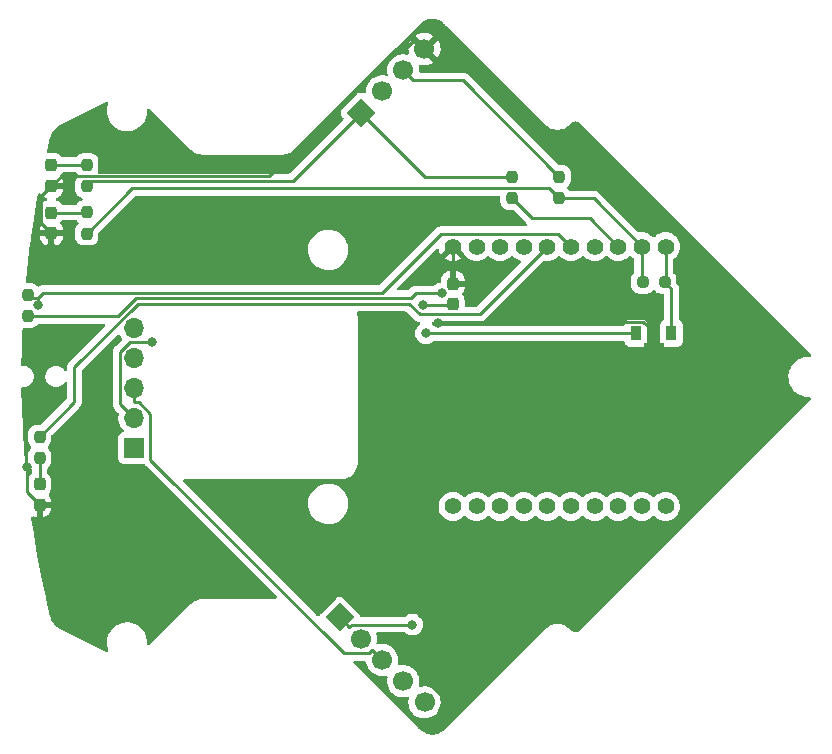
<source format=gtl>
G04 #@! TF.GenerationSoftware,KiCad,Pcbnew,(6.0.1)*
G04 #@! TF.CreationDate,2022-02-26T15:30:00+09:00*
G04 #@! TF.ProjectId,xbee-gyro20220207,78626565-2d67-4797-926f-323032323032,V1.1*
G04 #@! TF.SameCoordinates,Original*
G04 #@! TF.FileFunction,Copper,L1,Top*
G04 #@! TF.FilePolarity,Positive*
%FSLAX46Y46*%
G04 Gerber Fmt 4.6, Leading zero omitted, Abs format (unit mm)*
G04 Created by KiCad (PCBNEW (6.0.1)) date 2022-02-26 15:30:00*
%MOMM*%
%LPD*%
G01*
G04 APERTURE LIST*
G04 Aperture macros list*
%AMRoundRect*
0 Rectangle with rounded corners*
0 $1 Rounding radius*
0 $2 $3 $4 $5 $6 $7 $8 $9 X,Y pos of 4 corners*
0 Add a 4 corners polygon primitive as box body*
4,1,4,$2,$3,$4,$5,$6,$7,$8,$9,$2,$3,0*
0 Add four circle primitives for the rounded corners*
1,1,$1+$1,$2,$3*
1,1,$1+$1,$4,$5*
1,1,$1+$1,$6,$7*
1,1,$1+$1,$8,$9*
0 Add four rect primitives between the rounded corners*
20,1,$1+$1,$2,$3,$4,$5,0*
20,1,$1+$1,$4,$5,$6,$7,0*
20,1,$1+$1,$6,$7,$8,$9,0*
20,1,$1+$1,$8,$9,$2,$3,0*%
%AMHorizOval*
0 Thick line with rounded ends*
0 $1 width*
0 $2 $3 position (X,Y) of the first rounded end (center of the circle)*
0 $4 $5 position (X,Y) of the second rounded end (center of the circle)*
0 Add line between two ends*
20,1,$1,$2,$3,$4,$5,0*
0 Add two circle primitives to create the rounded ends*
1,1,$1,$2,$3*
1,1,$1,$4,$5*%
%AMRotRect*
0 Rectangle, with rotation*
0 The origin of the aperture is its center*
0 $1 length*
0 $2 width*
0 $3 Rotation angle, in degrees counterclockwise*
0 Add horizontal line*
21,1,$1,$2,0,0,$3*%
%AMFreePoly0*
4,1,9,3.862500,-0.866500,0.737500,-0.866500,0.737500,-0.450000,-0.737500,-0.450000,-0.737500,0.450000,0.737500,0.450000,0.737500,0.866500,3.862500,0.866500,3.862500,-0.866500,3.862500,-0.866500,$1*%
G04 Aperture macros list end*
G04 #@! TA.AperFunction,SMDPad,CuDef*
%ADD10RoundRect,0.237500X0.237500X-0.287500X0.237500X0.287500X-0.237500X0.287500X-0.237500X-0.287500X0*%
G04 #@! TD*
G04 #@! TA.AperFunction,SMDPad,CuDef*
%ADD11RoundRect,0.237500X0.237500X-0.250000X0.237500X0.250000X-0.237500X0.250000X-0.237500X-0.250000X0*%
G04 #@! TD*
G04 #@! TA.AperFunction,ComponentPad*
%ADD12C,1.409600*%
G04 #@! TD*
G04 #@! TA.AperFunction,ComponentPad*
%ADD13RotRect,1.700000X1.700000X45.000000*%
G04 #@! TD*
G04 #@! TA.AperFunction,ComponentPad*
%ADD14HorizOval,1.700000X0.000000X0.000000X0.000000X0.000000X0*%
G04 #@! TD*
G04 #@! TA.AperFunction,SMDPad,CuDef*
%ADD15RoundRect,0.237500X0.250000X0.237500X-0.250000X0.237500X-0.250000X-0.237500X0.250000X-0.237500X0*%
G04 #@! TD*
G04 #@! TA.AperFunction,SMDPad,CuDef*
%ADD16R,0.900000X1.300000*%
G04 #@! TD*
G04 #@! TA.AperFunction,SMDPad,CuDef*
%ADD17FreePoly0,270.000000*%
G04 #@! TD*
G04 #@! TA.AperFunction,SMDPad,CuDef*
%ADD18RoundRect,0.237500X-0.237500X0.250000X-0.237500X-0.250000X0.237500X-0.250000X0.237500X0.250000X0*%
G04 #@! TD*
G04 #@! TA.AperFunction,SMDPad,CuDef*
%ADD19RoundRect,0.237500X0.237500X-0.300000X0.237500X0.300000X-0.237500X0.300000X-0.237500X-0.300000X0*%
G04 #@! TD*
G04 #@! TA.AperFunction,ComponentPad*
%ADD20RotRect,1.700000X1.700000X135.000000*%
G04 #@! TD*
G04 #@! TA.AperFunction,ComponentPad*
%ADD21HorizOval,1.700000X0.000000X0.000000X0.000000X0.000000X0*%
G04 #@! TD*
G04 #@! TA.AperFunction,ComponentPad*
%ADD22R,1.700000X1.700000*%
G04 #@! TD*
G04 #@! TA.AperFunction,ComponentPad*
%ADD23O,1.700000X1.700000*%
G04 #@! TD*
G04 #@! TA.AperFunction,ViaPad*
%ADD24C,0.800000*%
G04 #@! TD*
G04 #@! TA.AperFunction,Conductor*
%ADD25C,0.250000*%
G04 #@! TD*
G04 APERTURE END LIST*
D10*
X48000000Y-102875000D03*
X48000000Y-101125000D03*
D11*
X87000000Y-99912500D03*
X87000000Y-98087500D03*
D12*
X100000000Y-104000000D03*
X98000000Y-104000000D03*
X96000000Y-104000000D03*
X94000000Y-104000000D03*
X92000000Y-104000000D03*
X90000000Y-104000000D03*
X88000000Y-104000000D03*
X86000000Y-104000000D03*
X84000000Y-104000000D03*
X82000000Y-104000000D03*
X82000000Y-126000000D03*
X84000000Y-126000000D03*
X86000000Y-126000000D03*
X88000000Y-126000000D03*
X90000000Y-126000000D03*
X92000000Y-126000000D03*
X94000000Y-126000000D03*
X96000000Y-126000000D03*
X98000000Y-126000000D03*
X100000000Y-126000000D03*
D11*
X51000000Y-98912500D03*
X51000000Y-97087500D03*
D13*
X72407900Y-135407900D03*
D14*
X74203951Y-137203951D03*
X76000002Y-139000002D03*
X77796054Y-140796054D03*
X79592105Y-142592105D03*
D15*
X99912500Y-107000000D03*
X98087500Y-107000000D03*
D11*
X91000000Y-99912500D03*
X91000000Y-98087500D03*
D16*
X100500000Y-111350000D03*
D17*
X99000000Y-111437500D03*
D16*
X97500000Y-111350000D03*
D18*
X47000000Y-120087500D03*
X47000000Y-121912500D03*
D10*
X48000000Y-98875000D03*
X48000000Y-97125000D03*
D11*
X51000000Y-102912500D03*
X51000000Y-101087500D03*
D19*
X82000000Y-108862500D03*
X82000000Y-107137500D03*
D20*
X74200000Y-92669300D03*
D21*
X75996051Y-90873249D03*
X77792102Y-89077198D03*
X79588154Y-87281146D03*
D11*
X46000000Y-109912500D03*
X46000000Y-108087500D03*
D10*
X47000000Y-125875000D03*
X47000000Y-124125000D03*
D22*
X55025000Y-121050000D03*
D23*
X55025000Y-118510000D03*
X55025000Y-115970000D03*
X55025000Y-113430000D03*
X55025000Y-110890000D03*
D24*
X79451000Y-108982300D03*
X79715800Y-111350000D03*
X80726400Y-110479300D03*
X48000000Y-104044400D03*
X45913400Y-122643200D03*
X78551600Y-136013900D03*
X56478000Y-112071100D03*
X46859800Y-108947300D03*
X81056300Y-107965900D03*
D25*
X81880200Y-108982300D02*
X79451000Y-108982300D01*
X97500000Y-111350000D02*
X79715800Y-111350000D01*
X82000000Y-108862500D02*
X81880200Y-108982300D01*
X99000000Y-111276800D02*
X98081500Y-110358300D01*
X48000000Y-102875000D02*
X48000000Y-104044400D01*
X45913400Y-124788400D02*
X45913400Y-122643200D01*
X47147900Y-102022900D02*
X47147900Y-99727100D01*
X47000000Y-125875000D02*
X45913400Y-124788400D01*
X99000000Y-111437500D02*
X99000000Y-111276800D01*
X66441500Y-98000000D02*
X77160400Y-87281100D01*
X82000000Y-107137500D02*
X82000000Y-104000000D01*
X48000000Y-98875000D02*
X48875000Y-98000000D01*
X77926100Y-87281100D02*
X78757200Y-86450000D01*
X98081500Y-110358300D02*
X80847400Y-110358300D01*
X77160400Y-87281100D02*
X77926100Y-87281100D01*
X79588200Y-87281100D02*
X78757200Y-86450000D01*
X47147900Y-99727100D02*
X48000000Y-98875000D01*
X48000000Y-102875000D02*
X47147900Y-102022900D01*
X80847400Y-110358300D02*
X80726400Y-110479300D01*
X48875000Y-98000000D02*
X66441500Y-98000000D01*
X48037500Y-97087500D02*
X48000000Y-97125000D01*
X51000000Y-97087500D02*
X48037500Y-97087500D01*
X47000000Y-121912500D02*
X47000000Y-124125000D01*
X73239000Y-136238900D02*
X73464000Y-136013900D01*
X72407900Y-135407900D02*
X73239000Y-136238900D01*
X73464000Y-136013900D02*
X78551600Y-136013900D01*
X75169000Y-138168900D02*
X74909200Y-138428700D01*
X74909200Y-138428700D02*
X72778500Y-138428700D01*
X55392300Y-117145300D02*
X55025000Y-117145300D01*
X56389600Y-118142600D02*
X55392300Y-117145300D01*
X55025000Y-115970000D02*
X55025000Y-117145300D01*
X56389600Y-122039800D02*
X56389600Y-118142600D01*
X76000000Y-139000000D02*
X75169000Y-138168900D01*
X72778500Y-138428700D02*
X56389600Y-122039800D01*
X54670900Y-112071100D02*
X53842800Y-112899200D01*
X53842800Y-112899200D02*
X53842800Y-117327800D01*
X53842800Y-117327800D02*
X55025000Y-118510000D01*
X56478000Y-112071100D02*
X54670900Y-112071100D01*
X68418900Y-98450400D02*
X51462100Y-98450400D01*
X74200000Y-92669300D02*
X68418900Y-98450400D01*
X51462100Y-98450400D02*
X51000000Y-98912500D01*
X79618200Y-98087500D02*
X74200000Y-92669300D01*
X87000000Y-98087500D02*
X79618200Y-98087500D01*
X82820700Y-89908200D02*
X78623200Y-89908200D01*
X77792100Y-89077200D02*
X78623200Y-89908200D01*
X91000000Y-98087500D02*
X82820700Y-89908200D01*
X75999000Y-107905700D02*
X47310100Y-107905700D01*
X46859800Y-108356000D02*
X46859800Y-108947300D01*
X46268500Y-108356000D02*
X46859800Y-108356000D01*
X80972400Y-102932300D02*
X75999000Y-107905700D01*
X46000000Y-108087500D02*
X46268500Y-108356000D01*
X92000000Y-104000000D02*
X90932300Y-102932300D01*
X47310100Y-107905700D02*
X46859800Y-108356000D01*
X90932300Y-102932300D02*
X80972400Y-102932300D01*
X93623300Y-101623300D02*
X96000000Y-104000000D01*
X88710800Y-101623300D02*
X93623300Y-101623300D01*
X87000000Y-99912500D02*
X88710800Y-101623300D01*
X90170100Y-99082600D02*
X54829900Y-99082600D01*
X98000000Y-106912500D02*
X98000000Y-104000000D01*
X54829900Y-99082600D02*
X51000000Y-102912500D01*
X98087500Y-107000000D02*
X98000000Y-106912500D01*
X93912500Y-99912500D02*
X91000000Y-99912500D01*
X91000000Y-99912500D02*
X90170100Y-99082600D01*
X98000000Y-104000000D02*
X93912500Y-99912500D01*
X49953100Y-114238100D02*
X55341600Y-108849600D01*
X55341600Y-108849600D02*
X78292600Y-108849600D01*
X84253500Y-109746500D02*
X90000000Y-104000000D01*
X79189500Y-109746500D02*
X84253500Y-109746500D01*
X78292600Y-108849600D02*
X79189500Y-109746500D01*
X49953100Y-117134400D02*
X49953100Y-114238100D01*
X47000000Y-120087500D02*
X49953100Y-117134400D01*
X46000000Y-109912500D02*
X53641800Y-109912500D01*
X100000000Y-106912500D02*
X100000000Y-104000000D01*
X53641800Y-109912500D02*
X55198300Y-108356000D01*
X100500000Y-107587500D02*
X100500000Y-111350000D01*
X55198300Y-108356000D02*
X78469400Y-108356000D01*
X78859500Y-107965900D02*
X81056300Y-107965900D01*
X78469400Y-108356000D02*
X78859500Y-107965900D01*
X99912500Y-107000000D02*
X100500000Y-107587500D01*
X99912500Y-107000000D02*
X100000000Y-106912500D01*
X48000000Y-101125000D02*
X50962500Y-101125000D01*
X50962500Y-101125000D02*
X51000000Y-101087500D01*
G04 #@! TA.AperFunction,Conductor*
G36*
X80366399Y-84742752D02*
G01*
X80559267Y-84770483D01*
X80576824Y-84774302D01*
X80763787Y-84829199D01*
X80780631Y-84835481D01*
X80957878Y-84916427D01*
X80973657Y-84925043D01*
X81137578Y-85030389D01*
X81151969Y-85041162D01*
X81274696Y-85147505D01*
X81286816Y-85160677D01*
X81292642Y-85166648D01*
X81297939Y-85173898D01*
X81305056Y-85179369D01*
X81305057Y-85179370D01*
X81323150Y-85193278D01*
X81335454Y-85204079D01*
X89753696Y-93622320D01*
X89767244Y-93638337D01*
X89778869Y-93654665D01*
X89787627Y-93663639D01*
X89791519Y-93666556D01*
X89799523Y-93672555D01*
X89806471Y-93678157D01*
X89948222Y-93800986D01*
X89948226Y-93800989D01*
X89951619Y-93803929D01*
X90133084Y-93920550D01*
X90137174Y-93922418D01*
X90137178Y-93922420D01*
X90197198Y-93949830D01*
X90329300Y-94010159D01*
X90536271Y-94070931D01*
X90540730Y-94071572D01*
X90540734Y-94071573D01*
X90643027Y-94086280D01*
X90749784Y-94101630D01*
X90965493Y-94101630D01*
X91072250Y-94086280D01*
X91174543Y-94071573D01*
X91174547Y-94071572D01*
X91179006Y-94070931D01*
X91385977Y-94010159D01*
X91518079Y-93949830D01*
X91578099Y-93922420D01*
X91578103Y-93922418D01*
X91582193Y-93920550D01*
X91591115Y-93914816D01*
X91759876Y-93806359D01*
X91759880Y-93806356D01*
X91763658Y-93803928D01*
X91854607Y-93725121D01*
X91896064Y-93689198D01*
X91905496Y-93681781D01*
X91914712Y-93675219D01*
X91918676Y-93672397D01*
X91927650Y-93663639D01*
X91930560Y-93659756D01*
X91930569Y-93659746D01*
X91944369Y-93641332D01*
X91956100Y-93627802D01*
X92004296Y-93579606D01*
X92019064Y-93566959D01*
X92031163Y-93558120D01*
X92038414Y-93552823D01*
X92043884Y-93545707D01*
X92043888Y-93545703D01*
X92043947Y-93545626D01*
X92065278Y-93523911D01*
X92114222Y-93484879D01*
X92138106Y-93469872D01*
X92211790Y-93434388D01*
X92238421Y-93425069D01*
X92278284Y-93415971D01*
X92318149Y-93406872D01*
X92346185Y-93403713D01*
X92427966Y-93403713D01*
X92456003Y-93406872D01*
X92535730Y-93425069D01*
X92562362Y-93434388D01*
X92636043Y-93469871D01*
X92659933Y-93484882D01*
X92703699Y-93519784D01*
X92715319Y-93530297D01*
X92721576Y-93536709D01*
X92726870Y-93543956D01*
X92733983Y-93549424D01*
X92733988Y-93549429D01*
X92752086Y-93563341D01*
X92764390Y-93574141D01*
X112298657Y-113108408D01*
X112332683Y-113170720D01*
X112327618Y-113241535D01*
X112285071Y-113298371D01*
X112218551Y-113323182D01*
X112207922Y-113323492D01*
X112078708Y-113321800D01*
X112010801Y-113320911D01*
X112010798Y-113320911D01*
X112006124Y-113320850D01*
X111754578Y-113355084D01*
X111750092Y-113356392D01*
X111750090Y-113356392D01*
X111686055Y-113375056D01*
X111510856Y-113426122D01*
X111280310Y-113532405D01*
X111276401Y-113534968D01*
X111071920Y-113669031D01*
X111071915Y-113669035D01*
X111068007Y-113671597D01*
X110878610Y-113840641D01*
X110716279Y-114035822D01*
X110584581Y-114252854D01*
X110582772Y-114257168D01*
X110582771Y-114257170D01*
X110490437Y-114477363D01*
X110486409Y-114486968D01*
X110423919Y-114733021D01*
X110398485Y-114985608D01*
X110400291Y-115023198D01*
X110410665Y-115239180D01*
X110460191Y-115488167D01*
X110545976Y-115727098D01*
X110666135Y-115950725D01*
X110668930Y-115954468D01*
X110668932Y-115954471D01*
X110815237Y-116150397D01*
X110815242Y-116150403D01*
X110818029Y-116154135D01*
X110821338Y-116157415D01*
X110821343Y-116157421D01*
X110995003Y-116329571D01*
X110998320Y-116332859D01*
X111002082Y-116335617D01*
X111002085Y-116335620D01*
X111199273Y-116480204D01*
X111203047Y-116482971D01*
X111207190Y-116485151D01*
X111207192Y-116485152D01*
X111423564Y-116598991D01*
X111423569Y-116598993D01*
X111427714Y-116601174D01*
X111432137Y-116602719D01*
X111432138Y-116602719D01*
X111642776Y-116676277D01*
X111667385Y-116684871D01*
X111671978Y-116685743D01*
X111912205Y-116731352D01*
X111912208Y-116731352D01*
X111916794Y-116732223D01*
X112043628Y-116737207D01*
X112165794Y-116742007D01*
X112165800Y-116742007D01*
X112170462Y-116742190D01*
X112194412Y-116739567D01*
X112264305Y-116752034D01*
X112316363Y-116800309D01*
X112334057Y-116869065D01*
X112311770Y-116936473D01*
X112297224Y-116953913D01*
X92769855Y-136481282D01*
X92755088Y-136493928D01*
X92735737Y-136508065D01*
X92730267Y-136515181D01*
X92730263Y-136515185D01*
X92730204Y-136515262D01*
X92708873Y-136536977D01*
X92659930Y-136576008D01*
X92636044Y-136591016D01*
X92562362Y-136626500D01*
X92535734Y-136635817D01*
X92456003Y-136654015D01*
X92427966Y-136657174D01*
X92346186Y-136657174D01*
X92318149Y-136654015D01*
X92238422Y-136635818D01*
X92211789Y-136626499D01*
X92138106Y-136591015D01*
X92114218Y-136576005D01*
X92070446Y-136541098D01*
X92058832Y-136530591D01*
X92052577Y-136524182D01*
X92047281Y-136516932D01*
X92022071Y-136497553D01*
X92009766Y-136486752D01*
X91961581Y-136438567D01*
X91948034Y-136422552D01*
X91939230Y-136410187D01*
X91936408Y-136406223D01*
X91927650Y-136397249D01*
X91915745Y-136388327D01*
X91908795Y-136382724D01*
X91767055Y-136259903D01*
X91767050Y-136259899D01*
X91763658Y-136256960D01*
X91582192Y-136140339D01*
X91385977Y-136050730D01*
X91179006Y-135989958D01*
X91174547Y-135989317D01*
X91174543Y-135989316D01*
X91072250Y-135974609D01*
X90965493Y-135959259D01*
X90749784Y-135959259D01*
X90643027Y-135974609D01*
X90540734Y-135989316D01*
X90540730Y-135989317D01*
X90536271Y-135989958D01*
X90329300Y-136050730D01*
X90133085Y-136140339D01*
X89951619Y-136256960D01*
X89948227Y-136259900D01*
X89948222Y-136259903D01*
X89880959Y-136318188D01*
X89819209Y-136371695D01*
X89809790Y-136379100D01*
X89796602Y-136388490D01*
X89787627Y-136397249D01*
X89784708Y-136401144D01*
X89784707Y-136401145D01*
X89770908Y-136419557D01*
X89759177Y-136433087D01*
X81340924Y-144851339D01*
X81326157Y-144863985D01*
X81306806Y-144878122D01*
X81297449Y-144890295D01*
X81280066Y-144908728D01*
X81151970Y-145019724D01*
X81137578Y-145030498D01*
X80973657Y-145135844D01*
X80957878Y-145144460D01*
X80780631Y-145225406D01*
X80763789Y-145231687D01*
X80576824Y-145286585D01*
X80559267Y-145290404D01*
X80387407Y-145315114D01*
X80366398Y-145318135D01*
X80348466Y-145319418D01*
X80153608Y-145319418D01*
X80135676Y-145318135D01*
X80114667Y-145315114D01*
X79942807Y-145290404D01*
X79925250Y-145286585D01*
X79738285Y-145231687D01*
X79721443Y-145225406D01*
X79544196Y-145144460D01*
X79528417Y-145135844D01*
X79364489Y-145030494D01*
X79350109Y-145019728D01*
X79227373Y-144913377D01*
X79215267Y-144900220D01*
X79209428Y-144894237D01*
X79204134Y-144886990D01*
X79178923Y-144867610D01*
X79166619Y-144856809D01*
X73587105Y-139277295D01*
X73553079Y-139214983D01*
X73558144Y-139144168D01*
X73600691Y-139087332D01*
X73667211Y-139062521D01*
X73676200Y-139062200D01*
X74523815Y-139062200D01*
X74591936Y-139082202D01*
X74638429Y-139135858D01*
X74649606Y-139180941D01*
X74650112Y-139189717D01*
X74699224Y-139407641D01*
X74783268Y-139614618D01*
X74810700Y-139659383D01*
X74894359Y-139795902D01*
X74899989Y-139805090D01*
X75046252Y-139973940D01*
X75218128Y-140116634D01*
X75411002Y-140229340D01*
X75619694Y-140309032D01*
X75624762Y-140310063D01*
X75624765Y-140310064D01*
X75687945Y-140322918D01*
X75838599Y-140353569D01*
X75843774Y-140353759D01*
X75843776Y-140353759D01*
X76056675Y-140361566D01*
X76056679Y-140361566D01*
X76061839Y-140361755D01*
X76066959Y-140361099D01*
X76066961Y-140361099D01*
X76278290Y-140334027D01*
X76278291Y-140334027D01*
X76283418Y-140333370D01*
X76288370Y-140331884D01*
X76288376Y-140331883D01*
X76316873Y-140323334D01*
X76387868Y-140322918D01*
X76447818Y-140360951D01*
X76477689Y-140425358D01*
X76474496Y-140477691D01*
X76457043Y-140540624D01*
X76433305Y-140762749D01*
X76433602Y-140767902D01*
X76433602Y-140767905D01*
X76439065Y-140862644D01*
X76446164Y-140985769D01*
X76447301Y-140990815D01*
X76447302Y-140990821D01*
X76467173Y-141078993D01*
X76495276Y-141203693D01*
X76579320Y-141410670D01*
X76582019Y-141415074D01*
X76692373Y-141595156D01*
X76696041Y-141601142D01*
X76842304Y-141769992D01*
X77014180Y-141912686D01*
X77207054Y-142025392D01*
X77415746Y-142105084D01*
X77420814Y-142106115D01*
X77420817Y-142106116D01*
X77483997Y-142118970D01*
X77634651Y-142149621D01*
X77639826Y-142149811D01*
X77639828Y-142149811D01*
X77852727Y-142157618D01*
X77852731Y-142157618D01*
X77857891Y-142157807D01*
X77863011Y-142157151D01*
X77863013Y-142157151D01*
X78074342Y-142130079D01*
X78074343Y-142130079D01*
X78079470Y-142129422D01*
X78084421Y-142127937D01*
X78084424Y-142127936D01*
X78112923Y-142119386D01*
X78183918Y-142118970D01*
X78243869Y-142157002D01*
X78273740Y-142221409D01*
X78270547Y-142273742D01*
X78253094Y-142336675D01*
X78229356Y-142558800D01*
X78229653Y-142563953D01*
X78229653Y-142563956D01*
X78235116Y-142658695D01*
X78242215Y-142781820D01*
X78243352Y-142786866D01*
X78243353Y-142786872D01*
X78263224Y-142875044D01*
X78291327Y-142999744D01*
X78375371Y-143206721D01*
X78492092Y-143397193D01*
X78638355Y-143566043D01*
X78810231Y-143708737D01*
X79003105Y-143821443D01*
X79211797Y-143901135D01*
X79216865Y-143902166D01*
X79216868Y-143902167D01*
X79324122Y-143923988D01*
X79430702Y-143945672D01*
X79435877Y-143945862D01*
X79435879Y-143945862D01*
X79648778Y-143953669D01*
X79648782Y-143953669D01*
X79653942Y-143953858D01*
X79659062Y-143953202D01*
X79659064Y-143953202D01*
X79870393Y-143926130D01*
X79870394Y-143926130D01*
X79875521Y-143925473D01*
X79880471Y-143923988D01*
X80084534Y-143862766D01*
X80084539Y-143862764D01*
X80089489Y-143861279D01*
X80290099Y-143763001D01*
X80471965Y-143633278D01*
X80630201Y-143475594D01*
X80689699Y-143392794D01*
X80757540Y-143298382D01*
X80760558Y-143294182D01*
X80859535Y-143093916D01*
X80924475Y-142880174D01*
X80953634Y-142658695D01*
X80955261Y-142592105D01*
X80936957Y-142369466D01*
X80882536Y-142152807D01*
X80793459Y-141947945D01*
X80678336Y-141769992D01*
X80674927Y-141764722D01*
X80674925Y-141764719D01*
X80672119Y-141760382D01*
X80521775Y-141595156D01*
X80517724Y-141591957D01*
X80517720Y-141591953D01*
X80350519Y-141459905D01*
X80350515Y-141459903D01*
X80346464Y-141456703D01*
X80150894Y-141348743D01*
X80146025Y-141347019D01*
X80146021Y-141347017D01*
X79945192Y-141275900D01*
X79945188Y-141275899D01*
X79940317Y-141274174D01*
X79935224Y-141273267D01*
X79935221Y-141273266D01*
X79725478Y-141235905D01*
X79725472Y-141235904D01*
X79720389Y-141234999D01*
X79646557Y-141234097D01*
X79502186Y-141232333D01*
X79502184Y-141232333D01*
X79497016Y-141232270D01*
X79365200Y-141252441D01*
X79281311Y-141265277D01*
X79281307Y-141265278D01*
X79276196Y-141266060D01*
X79271278Y-141267668D01*
X79270747Y-141267794D01*
X79199845Y-141264123D01*
X79142184Y-141222702D01*
X79116069Y-141156683D01*
X79120988Y-141108599D01*
X79128424Y-141084123D01*
X79157583Y-140862644D01*
X79159210Y-140796054D01*
X79140906Y-140573415D01*
X79086485Y-140356756D01*
X78997408Y-140151894D01*
X78957960Y-140090916D01*
X78878876Y-139968671D01*
X78878874Y-139968668D01*
X78876068Y-139964331D01*
X78725724Y-139799105D01*
X78721673Y-139795906D01*
X78721669Y-139795902D01*
X78554468Y-139663854D01*
X78554464Y-139663852D01*
X78550413Y-139660652D01*
X78354843Y-139552692D01*
X78349974Y-139550968D01*
X78349970Y-139550966D01*
X78149141Y-139479849D01*
X78149137Y-139479848D01*
X78144266Y-139478123D01*
X78139173Y-139477216D01*
X78139170Y-139477215D01*
X77929427Y-139439854D01*
X77929421Y-139439853D01*
X77924338Y-139438948D01*
X77850506Y-139438046D01*
X77706135Y-139436282D01*
X77706133Y-139436282D01*
X77700965Y-139436219D01*
X77590555Y-139453114D01*
X77485259Y-139469226D01*
X77485254Y-139469227D01*
X77480145Y-139470009D01*
X77475231Y-139471615D01*
X77474690Y-139471744D01*
X77403789Y-139468071D01*
X77346128Y-139426649D01*
X77320016Y-139360628D01*
X77324935Y-139312548D01*
X77332372Y-139288071D01*
X77361531Y-139066592D01*
X77361613Y-139063242D01*
X77363076Y-139003367D01*
X77363076Y-139003363D01*
X77363158Y-139000002D01*
X77344854Y-138777363D01*
X77290433Y-138560704D01*
X77201356Y-138355842D01*
X77111496Y-138216939D01*
X77082824Y-138172619D01*
X77082822Y-138172616D01*
X77080016Y-138168279D01*
X76929672Y-138003053D01*
X76925621Y-137999854D01*
X76925617Y-137999850D01*
X76758416Y-137867802D01*
X76758412Y-137867800D01*
X76754361Y-137864600D01*
X76749840Y-137862104D01*
X76749838Y-137862103D01*
X76702138Y-137835771D01*
X76558791Y-137756640D01*
X76553922Y-137754916D01*
X76553918Y-137754914D01*
X76353089Y-137683797D01*
X76353085Y-137683796D01*
X76348214Y-137682071D01*
X76343121Y-137681164D01*
X76343118Y-137681163D01*
X76133375Y-137643802D01*
X76133369Y-137643801D01*
X76128286Y-137642896D01*
X76054454Y-137641994D01*
X75910083Y-137640230D01*
X75910081Y-137640230D01*
X75904913Y-137640167D01*
X75684093Y-137673957D01*
X75679178Y-137675564D01*
X75678647Y-137675690D01*
X75607745Y-137672021D01*
X75550083Y-137630601D01*
X75523967Y-137564582D01*
X75528886Y-137516495D01*
X75534817Y-137496974D01*
X75534820Y-137496961D01*
X75536321Y-137492020D01*
X75565480Y-137270541D01*
X75566488Y-137229304D01*
X75567025Y-137207316D01*
X75567025Y-137207312D01*
X75567107Y-137203951D01*
X75548803Y-136981312D01*
X75504289Y-136804095D01*
X75507093Y-136733155D01*
X75547806Y-136674991D01*
X75613501Y-136648072D01*
X75626493Y-136647400D01*
X77843400Y-136647400D01*
X77911521Y-136667402D01*
X77930747Y-136683743D01*
X77931020Y-136683440D01*
X77935932Y-136687863D01*
X77940347Y-136692766D01*
X77961929Y-136708446D01*
X78076043Y-136791355D01*
X78094848Y-136805018D01*
X78100876Y-136807702D01*
X78100878Y-136807703D01*
X78263281Y-136880009D01*
X78269312Y-136882694D01*
X78362713Y-136902547D01*
X78449656Y-136921028D01*
X78449661Y-136921028D01*
X78456113Y-136922400D01*
X78647087Y-136922400D01*
X78653539Y-136921028D01*
X78653544Y-136921028D01*
X78740487Y-136902547D01*
X78833888Y-136882694D01*
X78839919Y-136880009D01*
X79002322Y-136807703D01*
X79002324Y-136807702D01*
X79008352Y-136805018D01*
X79027158Y-136791355D01*
X79088015Y-136747139D01*
X79162853Y-136692766D01*
X79260015Y-136584857D01*
X79286221Y-136555752D01*
X79286222Y-136555751D01*
X79290640Y-136550844D01*
X79386127Y-136385456D01*
X79445142Y-136203828D01*
X79448980Y-136167317D01*
X79464414Y-136020465D01*
X79465104Y-136013900D01*
X79450962Y-135879345D01*
X79445832Y-135830535D01*
X79445832Y-135830533D01*
X79445142Y-135823972D01*
X79386127Y-135642344D01*
X79373502Y-135620476D01*
X79293941Y-135482674D01*
X79290640Y-135476956D01*
X79233944Y-135413988D01*
X79167275Y-135339945D01*
X79167274Y-135339944D01*
X79162853Y-135335034D01*
X79063757Y-135263036D01*
X79013694Y-135226663D01*
X79013693Y-135226662D01*
X79008352Y-135222782D01*
X79002324Y-135220098D01*
X79002322Y-135220097D01*
X78839919Y-135147791D01*
X78839918Y-135147791D01*
X78833888Y-135145106D01*
X78739118Y-135124962D01*
X78653544Y-135106772D01*
X78653539Y-135106772D01*
X78647087Y-135105400D01*
X78456113Y-135105400D01*
X78449661Y-135106772D01*
X78449656Y-135106772D01*
X78364082Y-135124962D01*
X78269312Y-135145106D01*
X78263282Y-135147791D01*
X78263281Y-135147791D01*
X78100878Y-135220097D01*
X78100876Y-135220098D01*
X78094848Y-135222782D01*
X78089507Y-135226662D01*
X78089506Y-135226663D01*
X78038510Y-135263714D01*
X77940347Y-135335034D01*
X77935932Y-135339937D01*
X77931020Y-135344360D01*
X77929895Y-135343111D01*
X77876586Y-135375951D01*
X77843400Y-135380400D01*
X74229012Y-135380400D01*
X74160891Y-135360398D01*
X74114398Y-135306742D01*
X74106906Y-135281197D01*
X74106852Y-135281213D01*
X74104334Y-135272600D01*
X74103061Y-135263714D01*
X74042774Y-135131118D01*
X74037827Y-135124965D01*
X74037825Y-135124962D01*
X74005721Y-135085034D01*
X74003581Y-135082372D01*
X72733428Y-133812219D01*
X72713631Y-133796302D01*
X72690838Y-133777975D01*
X72690835Y-133777973D01*
X72684682Y-133773026D01*
X72552086Y-133712739D01*
X72543203Y-133711467D01*
X72543200Y-133711466D01*
X72416789Y-133693363D01*
X72407900Y-133692090D01*
X72399011Y-133693363D01*
X72272600Y-133711466D01*
X72272597Y-133711467D01*
X72263714Y-133712739D01*
X72131118Y-133773026D01*
X72124965Y-133777973D01*
X72124962Y-133777975D01*
X72102169Y-133796302D01*
X72082372Y-133812219D01*
X70812219Y-135082372D01*
X70810079Y-135085034D01*
X70777975Y-135124962D01*
X70777973Y-135124965D01*
X70773026Y-135131118D01*
X70769760Y-135138302D01*
X70769756Y-135138308D01*
X70724435Y-135237990D01*
X70678032Y-135291724D01*
X70609945Y-135311840D01*
X70541791Y-135291952D01*
X70520639Y-135274935D01*
X60981313Y-125735608D01*
X69726912Y-125735608D01*
X69728718Y-125773198D01*
X69739092Y-125989180D01*
X69788618Y-126238167D01*
X69874403Y-126477098D01*
X69994562Y-126700725D01*
X69997357Y-126704468D01*
X69997359Y-126704471D01*
X70143664Y-126900397D01*
X70143669Y-126900403D01*
X70146456Y-126904135D01*
X70149765Y-126907415D01*
X70149770Y-126907421D01*
X70300751Y-127057089D01*
X70326747Y-127082859D01*
X70330509Y-127085617D01*
X70330512Y-127085620D01*
X70510314Y-127217456D01*
X70531474Y-127232971D01*
X70535617Y-127235151D01*
X70535619Y-127235152D01*
X70751991Y-127348991D01*
X70751996Y-127348993D01*
X70756141Y-127351174D01*
X70760564Y-127352719D01*
X70760565Y-127352719D01*
X70899133Y-127401109D01*
X70995812Y-127434871D01*
X71000405Y-127435743D01*
X71240632Y-127481352D01*
X71240635Y-127481352D01*
X71245221Y-127482223D01*
X71372055Y-127487206D01*
X71494221Y-127492007D01*
X71494227Y-127492007D01*
X71498889Y-127492190D01*
X71603063Y-127480781D01*
X71746592Y-127465062D01*
X71746597Y-127465061D01*
X71751245Y-127464552D01*
X71755769Y-127463361D01*
X71992221Y-127401109D01*
X71992223Y-127401108D01*
X71996744Y-127399918D01*
X72229992Y-127299706D01*
X72445866Y-127166119D01*
X72540956Y-127085620D01*
X72636057Y-127005112D01*
X72636059Y-127005110D01*
X72639624Y-127002092D01*
X72807008Y-126811226D01*
X72944342Y-126597716D01*
X73048609Y-126366252D01*
X73117518Y-126121919D01*
X73133028Y-126000000D01*
X80782065Y-126000000D01*
X80800568Y-126211492D01*
X80801992Y-126216805D01*
X80801992Y-126216807D01*
X80842036Y-126366252D01*
X80855515Y-126416558D01*
X80857837Y-126421539D01*
X80857838Y-126421540D01*
X80942911Y-126603980D01*
X80942914Y-126603985D01*
X80945237Y-126608967D01*
X80948393Y-126613474D01*
X80948394Y-126613476D01*
X81062195Y-126776000D01*
X81067008Y-126782874D01*
X81217126Y-126932992D01*
X81391032Y-127054763D01*
X81396014Y-127057086D01*
X81396019Y-127057089D01*
X81578460Y-127142162D01*
X81583442Y-127144485D01*
X81588750Y-127145907D01*
X81588752Y-127145908D01*
X81783193Y-127198008D01*
X81783195Y-127198008D01*
X81788508Y-127199432D01*
X82000000Y-127217935D01*
X82211492Y-127199432D01*
X82216805Y-127198008D01*
X82216807Y-127198008D01*
X82411248Y-127145908D01*
X82411250Y-127145907D01*
X82416558Y-127144485D01*
X82421540Y-127142162D01*
X82603981Y-127057089D01*
X82603986Y-127057086D01*
X82608968Y-127054763D01*
X82782874Y-126932992D01*
X82910905Y-126804961D01*
X82973217Y-126770935D01*
X83044032Y-126776000D01*
X83089095Y-126804961D01*
X83217126Y-126932992D01*
X83391032Y-127054763D01*
X83396014Y-127057086D01*
X83396019Y-127057089D01*
X83578460Y-127142162D01*
X83583442Y-127144485D01*
X83588750Y-127145907D01*
X83588752Y-127145908D01*
X83783193Y-127198008D01*
X83783195Y-127198008D01*
X83788508Y-127199432D01*
X84000000Y-127217935D01*
X84211492Y-127199432D01*
X84216805Y-127198008D01*
X84216807Y-127198008D01*
X84411248Y-127145908D01*
X84411250Y-127145907D01*
X84416558Y-127144485D01*
X84421540Y-127142162D01*
X84603981Y-127057089D01*
X84603986Y-127057086D01*
X84608968Y-127054763D01*
X84782874Y-126932992D01*
X84910905Y-126804961D01*
X84973217Y-126770935D01*
X85044032Y-126776000D01*
X85089095Y-126804961D01*
X85217126Y-126932992D01*
X85391032Y-127054763D01*
X85396014Y-127057086D01*
X85396019Y-127057089D01*
X85578460Y-127142162D01*
X85583442Y-127144485D01*
X85588750Y-127145907D01*
X85588752Y-127145908D01*
X85783193Y-127198008D01*
X85783195Y-127198008D01*
X85788508Y-127199432D01*
X86000000Y-127217935D01*
X86211492Y-127199432D01*
X86216805Y-127198008D01*
X86216807Y-127198008D01*
X86411248Y-127145908D01*
X86411250Y-127145907D01*
X86416558Y-127144485D01*
X86421540Y-127142162D01*
X86603981Y-127057089D01*
X86603986Y-127057086D01*
X86608968Y-127054763D01*
X86782874Y-126932992D01*
X86910905Y-126804961D01*
X86973217Y-126770935D01*
X87044032Y-126776000D01*
X87089095Y-126804961D01*
X87217126Y-126932992D01*
X87391032Y-127054763D01*
X87396014Y-127057086D01*
X87396019Y-127057089D01*
X87578460Y-127142162D01*
X87583442Y-127144485D01*
X87588750Y-127145907D01*
X87588752Y-127145908D01*
X87783193Y-127198008D01*
X87783195Y-127198008D01*
X87788508Y-127199432D01*
X88000000Y-127217935D01*
X88211492Y-127199432D01*
X88216805Y-127198008D01*
X88216807Y-127198008D01*
X88411248Y-127145908D01*
X88411250Y-127145907D01*
X88416558Y-127144485D01*
X88421540Y-127142162D01*
X88603981Y-127057089D01*
X88603986Y-127057086D01*
X88608968Y-127054763D01*
X88782874Y-126932992D01*
X88910905Y-126804961D01*
X88973217Y-126770935D01*
X89044032Y-126776000D01*
X89089095Y-126804961D01*
X89217126Y-126932992D01*
X89391032Y-127054763D01*
X89396014Y-127057086D01*
X89396019Y-127057089D01*
X89578460Y-127142162D01*
X89583442Y-127144485D01*
X89588750Y-127145907D01*
X89588752Y-127145908D01*
X89783193Y-127198008D01*
X89783195Y-127198008D01*
X89788508Y-127199432D01*
X90000000Y-127217935D01*
X90211492Y-127199432D01*
X90216805Y-127198008D01*
X90216807Y-127198008D01*
X90411248Y-127145908D01*
X90411250Y-127145907D01*
X90416558Y-127144485D01*
X90421540Y-127142162D01*
X90603981Y-127057089D01*
X90603986Y-127057086D01*
X90608968Y-127054763D01*
X90782874Y-126932992D01*
X90910905Y-126804961D01*
X90973217Y-126770935D01*
X91044032Y-126776000D01*
X91089095Y-126804961D01*
X91217126Y-126932992D01*
X91391032Y-127054763D01*
X91396014Y-127057086D01*
X91396019Y-127057089D01*
X91578460Y-127142162D01*
X91583442Y-127144485D01*
X91588750Y-127145907D01*
X91588752Y-127145908D01*
X91783193Y-127198008D01*
X91783195Y-127198008D01*
X91788508Y-127199432D01*
X92000000Y-127217935D01*
X92211492Y-127199432D01*
X92216805Y-127198008D01*
X92216807Y-127198008D01*
X92411248Y-127145908D01*
X92411250Y-127145907D01*
X92416558Y-127144485D01*
X92421540Y-127142162D01*
X92603981Y-127057089D01*
X92603986Y-127057086D01*
X92608968Y-127054763D01*
X92782874Y-126932992D01*
X92910905Y-126804961D01*
X92973217Y-126770935D01*
X93044032Y-126776000D01*
X93089095Y-126804961D01*
X93217126Y-126932992D01*
X93391032Y-127054763D01*
X93396014Y-127057086D01*
X93396019Y-127057089D01*
X93578460Y-127142162D01*
X93583442Y-127144485D01*
X93588750Y-127145907D01*
X93588752Y-127145908D01*
X93783193Y-127198008D01*
X93783195Y-127198008D01*
X93788508Y-127199432D01*
X94000000Y-127217935D01*
X94211492Y-127199432D01*
X94216805Y-127198008D01*
X94216807Y-127198008D01*
X94411248Y-127145908D01*
X94411250Y-127145907D01*
X94416558Y-127144485D01*
X94421540Y-127142162D01*
X94603981Y-127057089D01*
X94603986Y-127057086D01*
X94608968Y-127054763D01*
X94782874Y-126932992D01*
X94910905Y-126804961D01*
X94973217Y-126770935D01*
X95044032Y-126776000D01*
X95089095Y-126804961D01*
X95217126Y-126932992D01*
X95391032Y-127054763D01*
X95396014Y-127057086D01*
X95396019Y-127057089D01*
X95578460Y-127142162D01*
X95583442Y-127144485D01*
X95588750Y-127145907D01*
X95588752Y-127145908D01*
X95783193Y-127198008D01*
X95783195Y-127198008D01*
X95788508Y-127199432D01*
X96000000Y-127217935D01*
X96211492Y-127199432D01*
X96216805Y-127198008D01*
X96216807Y-127198008D01*
X96411248Y-127145908D01*
X96411250Y-127145907D01*
X96416558Y-127144485D01*
X96421540Y-127142162D01*
X96603981Y-127057089D01*
X96603986Y-127057086D01*
X96608968Y-127054763D01*
X96782874Y-126932992D01*
X96910905Y-126804961D01*
X96973217Y-126770935D01*
X97044032Y-126776000D01*
X97089095Y-126804961D01*
X97217126Y-126932992D01*
X97391032Y-127054763D01*
X97396014Y-127057086D01*
X97396019Y-127057089D01*
X97578460Y-127142162D01*
X97583442Y-127144485D01*
X97588750Y-127145907D01*
X97588752Y-127145908D01*
X97783193Y-127198008D01*
X97783195Y-127198008D01*
X97788508Y-127199432D01*
X98000000Y-127217935D01*
X98211492Y-127199432D01*
X98216805Y-127198008D01*
X98216807Y-127198008D01*
X98411248Y-127145908D01*
X98411250Y-127145907D01*
X98416558Y-127144485D01*
X98421540Y-127142162D01*
X98603981Y-127057089D01*
X98603986Y-127057086D01*
X98608968Y-127054763D01*
X98782874Y-126932992D01*
X98910905Y-126804961D01*
X98973217Y-126770935D01*
X99044032Y-126776000D01*
X99089095Y-126804961D01*
X99217126Y-126932992D01*
X99391032Y-127054763D01*
X99396014Y-127057086D01*
X99396019Y-127057089D01*
X99578460Y-127142162D01*
X99583442Y-127144485D01*
X99588750Y-127145907D01*
X99588752Y-127145908D01*
X99783193Y-127198008D01*
X99783195Y-127198008D01*
X99788508Y-127199432D01*
X100000000Y-127217935D01*
X100211492Y-127199432D01*
X100216805Y-127198008D01*
X100216807Y-127198008D01*
X100411248Y-127145908D01*
X100411250Y-127145907D01*
X100416558Y-127144485D01*
X100421540Y-127142162D01*
X100603981Y-127057089D01*
X100603986Y-127057086D01*
X100608968Y-127054763D01*
X100782874Y-126932992D01*
X100932992Y-126782874D01*
X100937806Y-126776000D01*
X101051606Y-126613476D01*
X101051607Y-126613474D01*
X101054763Y-126608967D01*
X101057086Y-126603985D01*
X101057089Y-126603980D01*
X101142162Y-126421540D01*
X101142163Y-126421539D01*
X101144485Y-126416558D01*
X101157965Y-126366252D01*
X101198008Y-126216807D01*
X101198008Y-126216805D01*
X101199432Y-126211492D01*
X101217935Y-126000000D01*
X101199432Y-125788508D01*
X101170057Y-125678879D01*
X101145908Y-125588752D01*
X101145907Y-125588750D01*
X101144485Y-125583442D01*
X101116172Y-125522724D01*
X101057089Y-125396020D01*
X101057086Y-125396015D01*
X101054763Y-125391033D01*
X100974249Y-125276047D01*
X100936151Y-125221637D01*
X100936149Y-125221634D01*
X100932992Y-125217126D01*
X100782874Y-125067008D01*
X100742891Y-125039011D01*
X100685539Y-124998853D01*
X100608968Y-124945237D01*
X100603986Y-124942914D01*
X100603981Y-124942911D01*
X100421540Y-124857838D01*
X100421539Y-124857838D01*
X100416558Y-124855515D01*
X100411250Y-124854093D01*
X100411248Y-124854092D01*
X100216807Y-124801992D01*
X100216805Y-124801992D01*
X100211492Y-124800568D01*
X100000000Y-124782065D01*
X99788508Y-124800568D01*
X99783195Y-124801992D01*
X99783193Y-124801992D01*
X99588752Y-124854092D01*
X99588750Y-124854093D01*
X99583442Y-124855515D01*
X99578461Y-124857837D01*
X99578460Y-124857838D01*
X99396020Y-124942911D01*
X99396015Y-124942914D01*
X99391033Y-124945237D01*
X99386526Y-124948393D01*
X99386524Y-124948394D01*
X99221637Y-125063849D01*
X99221634Y-125063851D01*
X99217126Y-125067008D01*
X99089095Y-125195039D01*
X99026783Y-125229065D01*
X98955968Y-125224000D01*
X98910905Y-125195039D01*
X98782874Y-125067008D01*
X98742891Y-125039011D01*
X98685539Y-124998853D01*
X98608968Y-124945237D01*
X98603986Y-124942914D01*
X98603981Y-124942911D01*
X98421540Y-124857838D01*
X98421539Y-124857838D01*
X98416558Y-124855515D01*
X98411250Y-124854093D01*
X98411248Y-124854092D01*
X98216807Y-124801992D01*
X98216805Y-124801992D01*
X98211492Y-124800568D01*
X98000000Y-124782065D01*
X97788508Y-124800568D01*
X97783195Y-124801992D01*
X97783193Y-124801992D01*
X97588752Y-124854092D01*
X97588750Y-124854093D01*
X97583442Y-124855515D01*
X97578461Y-124857837D01*
X97578460Y-124857838D01*
X97396020Y-124942911D01*
X97396015Y-124942914D01*
X97391033Y-124945237D01*
X97386526Y-124948393D01*
X97386524Y-124948394D01*
X97221637Y-125063849D01*
X97221634Y-125063851D01*
X97217126Y-125067008D01*
X97089095Y-125195039D01*
X97026783Y-125229065D01*
X96955968Y-125224000D01*
X96910905Y-125195039D01*
X96782874Y-125067008D01*
X96742891Y-125039011D01*
X96685539Y-124998853D01*
X96608968Y-124945237D01*
X96603986Y-124942914D01*
X96603981Y-124942911D01*
X96421540Y-124857838D01*
X96421539Y-124857838D01*
X96416558Y-124855515D01*
X96411250Y-124854093D01*
X96411248Y-124854092D01*
X96216807Y-124801992D01*
X96216805Y-124801992D01*
X96211492Y-124800568D01*
X96000000Y-124782065D01*
X95788508Y-124800568D01*
X95783195Y-124801992D01*
X95783193Y-124801992D01*
X95588752Y-124854092D01*
X95588750Y-124854093D01*
X95583442Y-124855515D01*
X95578461Y-124857837D01*
X95578460Y-124857838D01*
X95396020Y-124942911D01*
X95396015Y-124942914D01*
X95391033Y-124945237D01*
X95386526Y-124948393D01*
X95386524Y-124948394D01*
X95221637Y-125063849D01*
X95221634Y-125063851D01*
X95217126Y-125067008D01*
X95089095Y-125195039D01*
X95026783Y-125229065D01*
X94955968Y-125224000D01*
X94910905Y-125195039D01*
X94782874Y-125067008D01*
X94742891Y-125039011D01*
X94685539Y-124998853D01*
X94608968Y-124945237D01*
X94603986Y-124942914D01*
X94603981Y-124942911D01*
X94421540Y-124857838D01*
X94421539Y-124857838D01*
X94416558Y-124855515D01*
X94411250Y-124854093D01*
X94411248Y-124854092D01*
X94216807Y-124801992D01*
X94216805Y-124801992D01*
X94211492Y-124800568D01*
X94000000Y-124782065D01*
X93788508Y-124800568D01*
X93783195Y-124801992D01*
X93783193Y-124801992D01*
X93588752Y-124854092D01*
X93588750Y-124854093D01*
X93583442Y-124855515D01*
X93578461Y-124857837D01*
X93578460Y-124857838D01*
X93396020Y-124942911D01*
X93396015Y-124942914D01*
X93391033Y-124945237D01*
X93386526Y-124948393D01*
X93386524Y-124948394D01*
X93221637Y-125063849D01*
X93221634Y-125063851D01*
X93217126Y-125067008D01*
X93089095Y-125195039D01*
X93026783Y-125229065D01*
X92955968Y-125224000D01*
X92910905Y-125195039D01*
X92782874Y-125067008D01*
X92742891Y-125039011D01*
X92685539Y-124998853D01*
X92608968Y-124945237D01*
X92603986Y-124942914D01*
X92603981Y-124942911D01*
X92421540Y-124857838D01*
X92421539Y-124857838D01*
X92416558Y-124855515D01*
X92411250Y-124854093D01*
X92411248Y-124854092D01*
X92216807Y-124801992D01*
X92216805Y-124801992D01*
X92211492Y-124800568D01*
X92000000Y-124782065D01*
X91788508Y-124800568D01*
X91783195Y-124801992D01*
X91783193Y-124801992D01*
X91588752Y-124854092D01*
X91588750Y-124854093D01*
X91583442Y-124855515D01*
X91578461Y-124857837D01*
X91578460Y-124857838D01*
X91396020Y-124942911D01*
X91396015Y-124942914D01*
X91391033Y-124945237D01*
X91386526Y-124948393D01*
X91386524Y-124948394D01*
X91221637Y-125063849D01*
X91221634Y-125063851D01*
X91217126Y-125067008D01*
X91089095Y-125195039D01*
X91026783Y-125229065D01*
X90955968Y-125224000D01*
X90910905Y-125195039D01*
X90782874Y-125067008D01*
X90742891Y-125039011D01*
X90685539Y-124998853D01*
X90608968Y-124945237D01*
X90603986Y-124942914D01*
X90603981Y-124942911D01*
X90421540Y-124857838D01*
X90421539Y-124857838D01*
X90416558Y-124855515D01*
X90411250Y-124854093D01*
X90411248Y-124854092D01*
X90216807Y-124801992D01*
X90216805Y-124801992D01*
X90211492Y-124800568D01*
X90000000Y-124782065D01*
X89788508Y-124800568D01*
X89783195Y-124801992D01*
X89783193Y-124801992D01*
X89588752Y-124854092D01*
X89588750Y-124854093D01*
X89583442Y-124855515D01*
X89578461Y-124857837D01*
X89578460Y-124857838D01*
X89396020Y-124942911D01*
X89396015Y-124942914D01*
X89391033Y-124945237D01*
X89386526Y-124948393D01*
X89386524Y-124948394D01*
X89221637Y-125063849D01*
X89221634Y-125063851D01*
X89217126Y-125067008D01*
X89089095Y-125195039D01*
X89026783Y-125229065D01*
X88955968Y-125224000D01*
X88910905Y-125195039D01*
X88782874Y-125067008D01*
X88742891Y-125039011D01*
X88685539Y-124998853D01*
X88608968Y-124945237D01*
X88603986Y-124942914D01*
X88603981Y-124942911D01*
X88421540Y-124857838D01*
X88421539Y-124857838D01*
X88416558Y-124855515D01*
X88411250Y-124854093D01*
X88411248Y-124854092D01*
X88216807Y-124801992D01*
X88216805Y-124801992D01*
X88211492Y-124800568D01*
X88000000Y-124782065D01*
X87788508Y-124800568D01*
X87783195Y-124801992D01*
X87783193Y-124801992D01*
X87588752Y-124854092D01*
X87588750Y-124854093D01*
X87583442Y-124855515D01*
X87578461Y-124857837D01*
X87578460Y-124857838D01*
X87396020Y-124942911D01*
X87396015Y-124942914D01*
X87391033Y-124945237D01*
X87386526Y-124948393D01*
X87386524Y-124948394D01*
X87221637Y-125063849D01*
X87221634Y-125063851D01*
X87217126Y-125067008D01*
X87089095Y-125195039D01*
X87026783Y-125229065D01*
X86955968Y-125224000D01*
X86910905Y-125195039D01*
X86782874Y-125067008D01*
X86742891Y-125039011D01*
X86685539Y-124998853D01*
X86608968Y-124945237D01*
X86603986Y-124942914D01*
X86603981Y-124942911D01*
X86421540Y-124857838D01*
X86421539Y-124857838D01*
X86416558Y-124855515D01*
X86411250Y-124854093D01*
X86411248Y-124854092D01*
X86216807Y-124801992D01*
X86216805Y-124801992D01*
X86211492Y-124800568D01*
X86000000Y-124782065D01*
X85788508Y-124800568D01*
X85783195Y-124801992D01*
X85783193Y-124801992D01*
X85588752Y-124854092D01*
X85588750Y-124854093D01*
X85583442Y-124855515D01*
X85578461Y-124857837D01*
X85578460Y-124857838D01*
X85396020Y-124942911D01*
X85396015Y-124942914D01*
X85391033Y-124945237D01*
X85386526Y-124948393D01*
X85386524Y-124948394D01*
X85221637Y-125063849D01*
X85221634Y-125063851D01*
X85217126Y-125067008D01*
X85089095Y-125195039D01*
X85026783Y-125229065D01*
X84955968Y-125224000D01*
X84910905Y-125195039D01*
X84782874Y-125067008D01*
X84742891Y-125039011D01*
X84685539Y-124998853D01*
X84608968Y-124945237D01*
X84603986Y-124942914D01*
X84603981Y-124942911D01*
X84421540Y-124857838D01*
X84421539Y-124857838D01*
X84416558Y-124855515D01*
X84411250Y-124854093D01*
X84411248Y-124854092D01*
X84216807Y-124801992D01*
X84216805Y-124801992D01*
X84211492Y-124800568D01*
X84000000Y-124782065D01*
X83788508Y-124800568D01*
X83783195Y-124801992D01*
X83783193Y-124801992D01*
X83588752Y-124854092D01*
X83588750Y-124854093D01*
X83583442Y-124855515D01*
X83578461Y-124857837D01*
X83578460Y-124857838D01*
X83396020Y-124942911D01*
X83396015Y-124942914D01*
X83391033Y-124945237D01*
X83386526Y-124948393D01*
X83386524Y-124948394D01*
X83221637Y-125063849D01*
X83221634Y-125063851D01*
X83217126Y-125067008D01*
X83089095Y-125195039D01*
X83026783Y-125229065D01*
X82955968Y-125224000D01*
X82910905Y-125195039D01*
X82782874Y-125067008D01*
X82742891Y-125039011D01*
X82685539Y-124998853D01*
X82608968Y-124945237D01*
X82603986Y-124942914D01*
X82603981Y-124942911D01*
X82421540Y-124857838D01*
X82421539Y-124857838D01*
X82416558Y-124855515D01*
X82411250Y-124854093D01*
X82411248Y-124854092D01*
X82216807Y-124801992D01*
X82216805Y-124801992D01*
X82211492Y-124800568D01*
X82000000Y-124782065D01*
X81788508Y-124800568D01*
X81783195Y-124801992D01*
X81783193Y-124801992D01*
X81588752Y-124854092D01*
X81588750Y-124854093D01*
X81583442Y-124855515D01*
X81578461Y-124857837D01*
X81578460Y-124857838D01*
X81396020Y-124942911D01*
X81396015Y-124942914D01*
X81391033Y-124945237D01*
X81386526Y-124948393D01*
X81386524Y-124948394D01*
X81221637Y-125063849D01*
X81221634Y-125063851D01*
X81217126Y-125067008D01*
X81067008Y-125217126D01*
X81063851Y-125221634D01*
X81063849Y-125221637D01*
X81025751Y-125276047D01*
X80945237Y-125391033D01*
X80942914Y-125396015D01*
X80942911Y-125396020D01*
X80883828Y-125522724D01*
X80855515Y-125583442D01*
X80854093Y-125588750D01*
X80854092Y-125588752D01*
X80829943Y-125678879D01*
X80800568Y-125788508D01*
X80782065Y-126000000D01*
X73133028Y-126000000D01*
X73149556Y-125870084D01*
X73151903Y-125780444D01*
X73140054Y-125621000D01*
X73133435Y-125531930D01*
X73133434Y-125531926D01*
X73133089Y-125527278D01*
X73077062Y-125279673D01*
X73052739Y-125217126D01*
X72986747Y-125047427D01*
X72986746Y-125047424D01*
X72985052Y-125043069D01*
X72961539Y-125001929D01*
X72861400Y-124826725D01*
X72859080Y-124822665D01*
X72701915Y-124623301D01*
X72533924Y-124465271D01*
X72520408Y-124452556D01*
X72520405Y-124452554D01*
X72517007Y-124449357D01*
X72308420Y-124304655D01*
X72268499Y-124284968D01*
X72084924Y-124194439D01*
X72084921Y-124194438D01*
X72080736Y-124192374D01*
X72036092Y-124178083D01*
X71843402Y-124116402D01*
X71843404Y-124116402D01*
X71838957Y-124114979D01*
X71774330Y-124104454D01*
X71593005Y-124074924D01*
X71593004Y-124074924D01*
X71588393Y-124074173D01*
X71461472Y-124072512D01*
X71339228Y-124070911D01*
X71339225Y-124070911D01*
X71334551Y-124070850D01*
X71083005Y-124105084D01*
X71078519Y-124106392D01*
X71078517Y-124106392D01*
X71044174Y-124116402D01*
X70839283Y-124176122D01*
X70608737Y-124282405D01*
X70604828Y-124284968D01*
X70400347Y-124419031D01*
X70400342Y-124419035D01*
X70396434Y-124421597D01*
X70207037Y-124590641D01*
X70044706Y-124785822D01*
X69913008Y-125002854D01*
X69911199Y-125007168D01*
X69911198Y-125007170D01*
X69821265Y-125221637D01*
X69814836Y-125236968D01*
X69752346Y-125483021D01*
X69751878Y-125487672D01*
X69751877Y-125487676D01*
X69747421Y-125531930D01*
X69726912Y-125735608D01*
X60981313Y-125735608D01*
X59183244Y-123937539D01*
X59149218Y-123875227D01*
X59154283Y-123804412D01*
X59196830Y-123747576D01*
X59263350Y-123722765D01*
X59272339Y-123722444D01*
X72385905Y-123722444D01*
X72406810Y-123724190D01*
X72421780Y-123726709D01*
X72421785Y-123726709D01*
X72426573Y-123727515D01*
X72432903Y-123727592D01*
X72434254Y-123727609D01*
X72434258Y-123727609D01*
X72439112Y-123727668D01*
X72453846Y-123725558D01*
X72462693Y-123724609D01*
X72610889Y-123714011D01*
X72649785Y-123711229D01*
X72649786Y-123711229D01*
X72654272Y-123710908D01*
X72808449Y-123677369D01*
X72860662Y-123666011D01*
X72860665Y-123666010D01*
X72865051Y-123665056D01*
X72869253Y-123663489D01*
X72869259Y-123663487D01*
X73062947Y-123591244D01*
X73067159Y-123589673D01*
X73146335Y-123546440D01*
X73252528Y-123488454D01*
X73256482Y-123486295D01*
X73429166Y-123357026D01*
X73581695Y-123204497D01*
X73710964Y-123031813D01*
X73814342Y-122842490D01*
X73831368Y-122796843D01*
X73888156Y-122644590D01*
X73888158Y-122644584D01*
X73889725Y-122640382D01*
X73893774Y-122621772D01*
X73930597Y-122452497D01*
X73935577Y-122429603D01*
X73941226Y-122350615D01*
X73948076Y-122254847D01*
X73949500Y-122242936D01*
X73950430Y-122237407D01*
X73952184Y-122226982D01*
X73952337Y-122214443D01*
X73948386Y-122186855D01*
X73947113Y-122168992D01*
X73947113Y-110267652D01*
X73948859Y-110246747D01*
X73951378Y-110231777D01*
X73951378Y-110231772D01*
X73952184Y-110226984D01*
X73952337Y-110214445D01*
X73950227Y-110199711D01*
X73949277Y-110190853D01*
X73948351Y-110177895D01*
X73935577Y-109999285D01*
X73889725Y-109788506D01*
X73888158Y-109784304D01*
X73888156Y-109784298D01*
X73839233Y-109653133D01*
X73834168Y-109582317D01*
X73868193Y-109520005D01*
X73930505Y-109485980D01*
X73957289Y-109483100D01*
X77978006Y-109483100D01*
X78046127Y-109503102D01*
X78067101Y-109520005D01*
X78685843Y-110138747D01*
X78693387Y-110147037D01*
X78697500Y-110153518D01*
X78703277Y-110158943D01*
X78747167Y-110200158D01*
X78750009Y-110202913D01*
X78769730Y-110222634D01*
X78772925Y-110225112D01*
X78781947Y-110232818D01*
X78814179Y-110263086D01*
X78821128Y-110266906D01*
X78831932Y-110272846D01*
X78848456Y-110283699D01*
X78864459Y-110296113D01*
X78905043Y-110313676D01*
X78915673Y-110318883D01*
X78954440Y-110340195D01*
X78962117Y-110342166D01*
X78962122Y-110342168D01*
X78974058Y-110345232D01*
X78992766Y-110351637D01*
X79011355Y-110359681D01*
X79019183Y-110360921D01*
X79019190Y-110360923D01*
X79055024Y-110366599D01*
X79066644Y-110369005D01*
X79098459Y-110377173D01*
X79109470Y-110380000D01*
X79117470Y-110380000D01*
X79117524Y-110380016D01*
X79125260Y-110380993D01*
X79125102Y-110382241D01*
X79185591Y-110400002D01*
X79232084Y-110453658D01*
X79242188Y-110523932D01*
X79212694Y-110588512D01*
X79191531Y-110607936D01*
X79104547Y-110671134D01*
X78976760Y-110813056D01*
X78927476Y-110898419D01*
X78891977Y-110959905D01*
X78881273Y-110978444D01*
X78822258Y-111160072D01*
X78802296Y-111350000D01*
X78802986Y-111356565D01*
X78818552Y-111504663D01*
X78822258Y-111539928D01*
X78881273Y-111721556D01*
X78884576Y-111727278D01*
X78884577Y-111727279D01*
X78918486Y-111786010D01*
X78976760Y-111886944D01*
X79104547Y-112028866D01*
X79259048Y-112141118D01*
X79265076Y-112143802D01*
X79265078Y-112143803D01*
X79427481Y-112216109D01*
X79433512Y-112218794D01*
X79525266Y-112238297D01*
X79613856Y-112257128D01*
X79613861Y-112257128D01*
X79620313Y-112258500D01*
X79811287Y-112258500D01*
X79817739Y-112257128D01*
X79817744Y-112257128D01*
X79906334Y-112238297D01*
X79998088Y-112218794D01*
X80004119Y-112216109D01*
X80166522Y-112143803D01*
X80166524Y-112143802D01*
X80172552Y-112141118D01*
X80204764Y-112117715D01*
X80305471Y-112044546D01*
X80327053Y-112028866D01*
X80331468Y-112023963D01*
X80336380Y-112019540D01*
X80337505Y-112020789D01*
X80390814Y-111987949D01*
X80424000Y-111983500D01*
X96421425Y-111983500D01*
X96489546Y-112003502D01*
X96536039Y-112057158D01*
X96546688Y-112095892D01*
X96548255Y-112110316D01*
X96599385Y-112246705D01*
X96686739Y-112363261D01*
X96803295Y-112450615D01*
X96939684Y-112501745D01*
X97001866Y-112508500D01*
X97998134Y-112508500D01*
X98060316Y-112501745D01*
X98196705Y-112450615D01*
X98313261Y-112363261D01*
X98400615Y-112246705D01*
X98451745Y-112110316D01*
X98458500Y-112048134D01*
X98458500Y-110651866D01*
X98451745Y-110589684D01*
X98400615Y-110453295D01*
X98313261Y-110336739D01*
X98196705Y-110249385D01*
X98060316Y-110198255D01*
X97998134Y-110191500D01*
X97001866Y-110191500D01*
X96939684Y-110198255D01*
X96803295Y-110249385D01*
X96686739Y-110336739D01*
X96599385Y-110453295D01*
X96548255Y-110589684D01*
X96547402Y-110597540D01*
X96546688Y-110604108D01*
X96519446Y-110669670D01*
X96461083Y-110710096D01*
X96421425Y-110716500D01*
X80424000Y-110716500D01*
X80355879Y-110696498D01*
X80336653Y-110680157D01*
X80336380Y-110680460D01*
X80331468Y-110676037D01*
X80327053Y-110671134D01*
X80295857Y-110648469D01*
X80240069Y-110607936D01*
X80196715Y-110551713D01*
X80190640Y-110480977D01*
X80223772Y-110418186D01*
X80285592Y-110383274D01*
X80314130Y-110380000D01*
X84174733Y-110380000D01*
X84185916Y-110380527D01*
X84193409Y-110382202D01*
X84201335Y-110381953D01*
X84201336Y-110381953D01*
X84261486Y-110380062D01*
X84265445Y-110380000D01*
X84293356Y-110380000D01*
X84297291Y-110379503D01*
X84297356Y-110379495D01*
X84309193Y-110378562D01*
X84341451Y-110377548D01*
X84345470Y-110377422D01*
X84353389Y-110377173D01*
X84372843Y-110371521D01*
X84392200Y-110367513D01*
X84404430Y-110365968D01*
X84404431Y-110365968D01*
X84412297Y-110364974D01*
X84419668Y-110362055D01*
X84419670Y-110362055D01*
X84453412Y-110348696D01*
X84464642Y-110344851D01*
X84499483Y-110334729D01*
X84499484Y-110334729D01*
X84507093Y-110332518D01*
X84513912Y-110328485D01*
X84513917Y-110328483D01*
X84524528Y-110322207D01*
X84542276Y-110313512D01*
X84561117Y-110306052D01*
X84581487Y-110291253D01*
X84596887Y-110280064D01*
X84606807Y-110273548D01*
X84638035Y-110255080D01*
X84638038Y-110255078D01*
X84644862Y-110251042D01*
X84659183Y-110236721D01*
X84674217Y-110223880D01*
X84678576Y-110220713D01*
X84690607Y-110211972D01*
X84718798Y-110177895D01*
X84726788Y-110169116D01*
X89664482Y-105231422D01*
X89726794Y-105197396D01*
X89777506Y-105198605D01*
X89777780Y-105197054D01*
X89783202Y-105198010D01*
X89788508Y-105199432D01*
X89793975Y-105199910D01*
X89793979Y-105199911D01*
X89994525Y-105217456D01*
X90000000Y-105217935D01*
X90211492Y-105199432D01*
X90216805Y-105198008D01*
X90216807Y-105198008D01*
X90411248Y-105145908D01*
X90411250Y-105145907D01*
X90416558Y-105144485D01*
X90422552Y-105141690D01*
X90603981Y-105057089D01*
X90603986Y-105057086D01*
X90608968Y-105054763D01*
X90713995Y-104981222D01*
X90778363Y-104936151D01*
X90778365Y-104936149D01*
X90782874Y-104932992D01*
X90910905Y-104804961D01*
X90973217Y-104770935D01*
X91044032Y-104776000D01*
X91089095Y-104804961D01*
X91217126Y-104932992D01*
X91221635Y-104936149D01*
X91221637Y-104936151D01*
X91286005Y-104981222D01*
X91391032Y-105054763D01*
X91396014Y-105057086D01*
X91396019Y-105057089D01*
X91577448Y-105141690D01*
X91583442Y-105144485D01*
X91588750Y-105145907D01*
X91588752Y-105145908D01*
X91783193Y-105198008D01*
X91783195Y-105198008D01*
X91788508Y-105199432D01*
X92000000Y-105217935D01*
X92211492Y-105199432D01*
X92216805Y-105198008D01*
X92216807Y-105198008D01*
X92411248Y-105145908D01*
X92411250Y-105145907D01*
X92416558Y-105144485D01*
X92422552Y-105141690D01*
X92603981Y-105057089D01*
X92603986Y-105057086D01*
X92608968Y-105054763D01*
X92713995Y-104981222D01*
X92778363Y-104936151D01*
X92778365Y-104936149D01*
X92782874Y-104932992D01*
X92910905Y-104804961D01*
X92973217Y-104770935D01*
X93044032Y-104776000D01*
X93089095Y-104804961D01*
X93217126Y-104932992D01*
X93221635Y-104936149D01*
X93221637Y-104936151D01*
X93286005Y-104981222D01*
X93391032Y-105054763D01*
X93396014Y-105057086D01*
X93396019Y-105057089D01*
X93577448Y-105141690D01*
X93583442Y-105144485D01*
X93588750Y-105145907D01*
X93588752Y-105145908D01*
X93783193Y-105198008D01*
X93783195Y-105198008D01*
X93788508Y-105199432D01*
X94000000Y-105217935D01*
X94211492Y-105199432D01*
X94216805Y-105198008D01*
X94216807Y-105198008D01*
X94411248Y-105145908D01*
X94411250Y-105145907D01*
X94416558Y-105144485D01*
X94422552Y-105141690D01*
X94603981Y-105057089D01*
X94603986Y-105057086D01*
X94608968Y-105054763D01*
X94713995Y-104981222D01*
X94778363Y-104936151D01*
X94778365Y-104936149D01*
X94782874Y-104932992D01*
X94910905Y-104804961D01*
X94973217Y-104770935D01*
X95044032Y-104776000D01*
X95089095Y-104804961D01*
X95217126Y-104932992D01*
X95221635Y-104936149D01*
X95221637Y-104936151D01*
X95286005Y-104981222D01*
X95391032Y-105054763D01*
X95396014Y-105057086D01*
X95396019Y-105057089D01*
X95577448Y-105141690D01*
X95583442Y-105144485D01*
X95588750Y-105145907D01*
X95588752Y-105145908D01*
X95783193Y-105198008D01*
X95783195Y-105198008D01*
X95788508Y-105199432D01*
X96000000Y-105217935D01*
X96211492Y-105199432D01*
X96216805Y-105198008D01*
X96216807Y-105198008D01*
X96411248Y-105145908D01*
X96411250Y-105145907D01*
X96416558Y-105144485D01*
X96422552Y-105141690D01*
X96603981Y-105057089D01*
X96603986Y-105057086D01*
X96608968Y-105054763D01*
X96713995Y-104981222D01*
X96778363Y-104936151D01*
X96778365Y-104936149D01*
X96782874Y-104932992D01*
X96910905Y-104804961D01*
X96973217Y-104770935D01*
X97044032Y-104776000D01*
X97089095Y-104804961D01*
X97217126Y-104932992D01*
X97221636Y-104936150D01*
X97221642Y-104936155D01*
X97312770Y-104999963D01*
X97357099Y-105055420D01*
X97366500Y-105103176D01*
X97366500Y-106126234D01*
X97346498Y-106194355D01*
X97329673Y-106215251D01*
X97253246Y-106291812D01*
X97253242Y-106291817D01*
X97248071Y-106296997D01*
X97244231Y-106303227D01*
X97244230Y-106303228D01*
X97161364Y-106437662D01*
X97156791Y-106445080D01*
X97102026Y-106610191D01*
X97091500Y-106712928D01*
X97091500Y-107287072D01*
X97091837Y-107290318D01*
X97091837Y-107290322D01*
X97101549Y-107383919D01*
X97102293Y-107391093D01*
X97104474Y-107397629D01*
X97104474Y-107397631D01*
X97135368Y-107490230D01*
X97157346Y-107556107D01*
X97248884Y-107704031D01*
X97254066Y-107709204D01*
X97366816Y-107821758D01*
X97366821Y-107821762D01*
X97371997Y-107826929D01*
X97378227Y-107830769D01*
X97378228Y-107830770D01*
X97484797Y-107896460D01*
X97520080Y-107918209D01*
X97685191Y-107972974D01*
X97692027Y-107973674D01*
X97692030Y-107973675D01*
X97743526Y-107978951D01*
X97787928Y-107983500D01*
X98387072Y-107983500D01*
X98390318Y-107983163D01*
X98390322Y-107983163D01*
X98484235Y-107973419D01*
X98484239Y-107973418D01*
X98491093Y-107972707D01*
X98497629Y-107970526D01*
X98497631Y-107970526D01*
X98630395Y-107926232D01*
X98656107Y-107917654D01*
X98804031Y-107826116D01*
X98813630Y-107816500D01*
X98910747Y-107719214D01*
X98973030Y-107685135D01*
X99043850Y-107690138D01*
X99088937Y-107719059D01*
X99191812Y-107821754D01*
X99191817Y-107821758D01*
X99196997Y-107826929D01*
X99203227Y-107830769D01*
X99203228Y-107830770D01*
X99309797Y-107896460D01*
X99345080Y-107918209D01*
X99510191Y-107972974D01*
X99517027Y-107973674D01*
X99517030Y-107973675D01*
X99568526Y-107978951D01*
X99612928Y-107983500D01*
X99740500Y-107983500D01*
X99808621Y-108003502D01*
X99855114Y-108057158D01*
X99866500Y-108109500D01*
X99866500Y-110141567D01*
X99846498Y-110209688D01*
X99804322Y-110249000D01*
X99803295Y-110249385D01*
X99686739Y-110336739D01*
X99599385Y-110453295D01*
X99548255Y-110589684D01*
X99541500Y-110651866D01*
X99541500Y-112048134D01*
X99548255Y-112110316D01*
X99599385Y-112246705D01*
X99686739Y-112363261D01*
X99803295Y-112450615D01*
X99939684Y-112501745D01*
X100001866Y-112508500D01*
X100998134Y-112508500D01*
X101060316Y-112501745D01*
X101196705Y-112450615D01*
X101313261Y-112363261D01*
X101400615Y-112246705D01*
X101451745Y-112110316D01*
X101458500Y-112048134D01*
X101458500Y-110651866D01*
X101451745Y-110589684D01*
X101400615Y-110453295D01*
X101313261Y-110336739D01*
X101196705Y-110249385D01*
X101196049Y-110249139D01*
X101148843Y-110201825D01*
X101133500Y-110141567D01*
X101133500Y-107666263D01*
X101134027Y-107655079D01*
X101135701Y-107647591D01*
X101133562Y-107579532D01*
X101133500Y-107575575D01*
X101133500Y-107547644D01*
X101132994Y-107543638D01*
X101132061Y-107531792D01*
X101131268Y-107506533D01*
X101130673Y-107487610D01*
X101125022Y-107468158D01*
X101121014Y-107448806D01*
X101119468Y-107436568D01*
X101119467Y-107436566D01*
X101118474Y-107428703D01*
X101102194Y-107387586D01*
X101098359Y-107376385D01*
X101086018Y-107333906D01*
X101081985Y-107327087D01*
X101081983Y-107327082D01*
X101075707Y-107316471D01*
X101067010Y-107298721D01*
X101059552Y-107279883D01*
X101033571Y-107244123D01*
X101027053Y-107234201D01*
X101008578Y-107202960D01*
X101008574Y-107202955D01*
X101004542Y-107196137D01*
X100990218Y-107181813D01*
X100977376Y-107166778D01*
X100972910Y-107160631D01*
X100965472Y-107150393D01*
X100954187Y-107141057D01*
X100914447Y-107082225D01*
X100908500Y-107043971D01*
X100908500Y-106712928D01*
X100908163Y-106709678D01*
X100898419Y-106615765D01*
X100898418Y-106615761D01*
X100897707Y-106608907D01*
X100842654Y-106443893D01*
X100751116Y-106295969D01*
X100745934Y-106290796D01*
X100745930Y-106290791D01*
X100670483Y-106215476D01*
X100636403Y-106153194D01*
X100633500Y-106126303D01*
X100633500Y-105103176D01*
X100653502Y-105035055D01*
X100687230Y-104999963D01*
X100778358Y-104936155D01*
X100778364Y-104936150D01*
X100782874Y-104932992D01*
X100932992Y-104782874D01*
X100937806Y-104776000D01*
X101051606Y-104613476D01*
X101051607Y-104613474D01*
X101054763Y-104608967D01*
X101057086Y-104603985D01*
X101057089Y-104603980D01*
X101142162Y-104421540D01*
X101142163Y-104421539D01*
X101144485Y-104416558D01*
X101156419Y-104372022D01*
X101198008Y-104216807D01*
X101198008Y-104216805D01*
X101199432Y-104211492D01*
X101217935Y-104000000D01*
X101199432Y-103788508D01*
X101190446Y-103754970D01*
X101145908Y-103588752D01*
X101145907Y-103588750D01*
X101144485Y-103583442D01*
X101142162Y-103578460D01*
X101057089Y-103396020D01*
X101057086Y-103396015D01*
X101054763Y-103391033D01*
X101006891Y-103322665D01*
X100936151Y-103221637D01*
X100936149Y-103221634D01*
X100932992Y-103217126D01*
X100782874Y-103067008D01*
X100608968Y-102945237D01*
X100603986Y-102942914D01*
X100603981Y-102942911D01*
X100421540Y-102857838D01*
X100421539Y-102857838D01*
X100416558Y-102855515D01*
X100411250Y-102854093D01*
X100411248Y-102854092D01*
X100216807Y-102801992D01*
X100216805Y-102801992D01*
X100211492Y-102800568D01*
X100000000Y-102782065D01*
X99788508Y-102800568D01*
X99783195Y-102801992D01*
X99783193Y-102801992D01*
X99588752Y-102854092D01*
X99588750Y-102854093D01*
X99583442Y-102855515D01*
X99578461Y-102857837D01*
X99578460Y-102857838D01*
X99396020Y-102942911D01*
X99396015Y-102942914D01*
X99391033Y-102945237D01*
X99386526Y-102948393D01*
X99386524Y-102948394D01*
X99221637Y-103063849D01*
X99221634Y-103063851D01*
X99217126Y-103067008D01*
X99089095Y-103195039D01*
X99026783Y-103229065D01*
X98955968Y-103224000D01*
X98910905Y-103195039D01*
X98782874Y-103067008D01*
X98608968Y-102945237D01*
X98603986Y-102942914D01*
X98603981Y-102942911D01*
X98421540Y-102857838D01*
X98421539Y-102857838D01*
X98416558Y-102855515D01*
X98411250Y-102854093D01*
X98411248Y-102854092D01*
X98216807Y-102801992D01*
X98216805Y-102801992D01*
X98211492Y-102800568D01*
X98000000Y-102782065D01*
X97788508Y-102800568D01*
X97783191Y-102801993D01*
X97777778Y-102802947D01*
X97777432Y-102800987D01*
X97715181Y-102799489D01*
X97664482Y-102768577D01*
X94416152Y-99520247D01*
X94408612Y-99511961D01*
X94404500Y-99505482D01*
X94354848Y-99458856D01*
X94352007Y-99456102D01*
X94332270Y-99436365D01*
X94329073Y-99433885D01*
X94320051Y-99426180D01*
X94293600Y-99401341D01*
X94287821Y-99395914D01*
X94280875Y-99392095D01*
X94280872Y-99392093D01*
X94270066Y-99386152D01*
X94253547Y-99375301D01*
X94253083Y-99374941D01*
X94237541Y-99362886D01*
X94230272Y-99359741D01*
X94230268Y-99359738D01*
X94196963Y-99345326D01*
X94186313Y-99340109D01*
X94147560Y-99318805D01*
X94127937Y-99313767D01*
X94109234Y-99307363D01*
X94097920Y-99302467D01*
X94097919Y-99302467D01*
X94090645Y-99299319D01*
X94082822Y-99298080D01*
X94082812Y-99298077D01*
X94046976Y-99292401D01*
X94035356Y-99289995D01*
X94000211Y-99280972D01*
X94000210Y-99280972D01*
X93992530Y-99279000D01*
X93972276Y-99279000D01*
X93952565Y-99277449D01*
X93940386Y-99275520D01*
X93932557Y-99274280D01*
X93924665Y-99275026D01*
X93888539Y-99278441D01*
X93876681Y-99279000D01*
X91947699Y-99279000D01*
X91879578Y-99258998D01*
X91840554Y-99219301D01*
X91838035Y-99215230D01*
X91826116Y-99195969D01*
X91777177Y-99147115D01*
X91719214Y-99089253D01*
X91685135Y-99026970D01*
X91690138Y-98956150D01*
X91719059Y-98911063D01*
X91821754Y-98808188D01*
X91821758Y-98808183D01*
X91826929Y-98803003D01*
X91861450Y-98747000D01*
X91914369Y-98661150D01*
X91914370Y-98661148D01*
X91918209Y-98654920D01*
X91972974Y-98489809D01*
X91983500Y-98387072D01*
X91983500Y-97787928D01*
X91982677Y-97779995D01*
X91973419Y-97690765D01*
X91973418Y-97690761D01*
X91972707Y-97683907D01*
X91969058Y-97672968D01*
X91919972Y-97525841D01*
X91917654Y-97518893D01*
X91826116Y-97370969D01*
X91820934Y-97365796D01*
X91708184Y-97253242D01*
X91708179Y-97253238D01*
X91703003Y-97248071D01*
X91554920Y-97156791D01*
X91389809Y-97102026D01*
X91382973Y-97101326D01*
X91382970Y-97101325D01*
X91331474Y-97096049D01*
X91287072Y-97091500D01*
X90952094Y-97091500D01*
X90883973Y-97071498D01*
X90862999Y-97054595D01*
X83324352Y-89515947D01*
X83316812Y-89507661D01*
X83312700Y-89501182D01*
X83263048Y-89454556D01*
X83260207Y-89451802D01*
X83240470Y-89432065D01*
X83237273Y-89429585D01*
X83228251Y-89421880D01*
X83201800Y-89397041D01*
X83196021Y-89391614D01*
X83189075Y-89387795D01*
X83189072Y-89387793D01*
X83178266Y-89381852D01*
X83161747Y-89371001D01*
X83161283Y-89370641D01*
X83145741Y-89358586D01*
X83138472Y-89355441D01*
X83138468Y-89355438D01*
X83105163Y-89341026D01*
X83094513Y-89335809D01*
X83055760Y-89314505D01*
X83036137Y-89309467D01*
X83017434Y-89303063D01*
X83006120Y-89298167D01*
X83006119Y-89298167D01*
X82998845Y-89295019D01*
X82991022Y-89293780D01*
X82991012Y-89293777D01*
X82955176Y-89288101D01*
X82943556Y-89285695D01*
X82908411Y-89276672D01*
X82908410Y-89276672D01*
X82900730Y-89274700D01*
X82880476Y-89274700D01*
X82860765Y-89273149D01*
X82848586Y-89271220D01*
X82840757Y-89269980D01*
X82832865Y-89270726D01*
X82796739Y-89274141D01*
X82784881Y-89274700D01*
X79279450Y-89274700D01*
X79211329Y-89254698D01*
X79164836Y-89201042D01*
X79154700Y-89143814D01*
X79153631Y-89143788D01*
X79155176Y-89080563D01*
X79155176Y-89080559D01*
X79155258Y-89077198D01*
X79136954Y-88854559D01*
X79128718Y-88821768D01*
X79111760Y-88754256D01*
X79114564Y-88683315D01*
X79155277Y-88625152D01*
X79220973Y-88598233D01*
X79259084Y-88600090D01*
X79421749Y-88633184D01*
X79431977Y-88634403D01*
X79644804Y-88642208D01*
X79655090Y-88641741D01*
X79866339Y-88614680D01*
X79876416Y-88612538D01*
X80080409Y-88551337D01*
X80089996Y-88547579D01*
X80281252Y-88453884D01*
X80290098Y-88448611D01*
X80337401Y-88414869D01*
X80345802Y-88404169D01*
X80338814Y-88391016D01*
X79230076Y-87282278D01*
X79952562Y-87282278D01*
X79952693Y-87284111D01*
X79956944Y-87290726D01*
X80698628Y-88032410D01*
X80710638Y-88038969D01*
X80722377Y-88030001D01*
X80753158Y-87987165D01*
X80758469Y-87978326D01*
X80852824Y-87787413D01*
X80856623Y-87777818D01*
X80918530Y-87574061D01*
X80920709Y-87563980D01*
X80948744Y-87351033D01*
X80949263Y-87344358D01*
X80950726Y-87284510D01*
X80950532Y-87277792D01*
X80932935Y-87063750D01*
X80931250Y-87053570D01*
X80879368Y-86847021D01*
X80876048Y-86837270D01*
X80791126Y-86641960D01*
X80786259Y-86632885D01*
X80721217Y-86532343D01*
X80710531Y-86523141D01*
X80700966Y-86527544D01*
X79960176Y-87268334D01*
X79952562Y-87282278D01*
X79230076Y-87282278D01*
X78478003Y-86530205D01*
X78466467Y-86523905D01*
X78454185Y-86533528D01*
X78406243Y-86603808D01*
X78401158Y-86612759D01*
X78311492Y-86805929D01*
X78307929Y-86815616D01*
X78251018Y-87020827D01*
X78249087Y-87030946D01*
X78226456Y-87242720D01*
X78226204Y-87253009D01*
X78238463Y-87465623D01*
X78239899Y-87475842D01*
X78268916Y-87604596D01*
X78264380Y-87675447D01*
X78222259Y-87732599D01*
X78155925Y-87757905D01*
X78123905Y-87756344D01*
X78059452Y-87744863D01*
X77925475Y-87720998D01*
X77925469Y-87720997D01*
X77920386Y-87720092D01*
X77846554Y-87719190D01*
X77702183Y-87717426D01*
X77702181Y-87717426D01*
X77697013Y-87717363D01*
X77476193Y-87751153D01*
X77263858Y-87820555D01*
X77065709Y-87923705D01*
X77061576Y-87926808D01*
X77061573Y-87926810D01*
X76891202Y-88054728D01*
X76887067Y-88057833D01*
X76732731Y-88219336D01*
X76606845Y-88403878D01*
X76586081Y-88448611D01*
X76515767Y-88600090D01*
X76512790Y-88606503D01*
X76453091Y-88821768D01*
X76429353Y-89043893D01*
X76442212Y-89266913D01*
X76443349Y-89271959D01*
X76443350Y-89271965D01*
X76472329Y-89400551D01*
X76467793Y-89471403D01*
X76425671Y-89528554D01*
X76359338Y-89553860D01*
X76327316Y-89552299D01*
X76129424Y-89517049D01*
X76129418Y-89517048D01*
X76124335Y-89516143D01*
X76050503Y-89515241D01*
X75906132Y-89513477D01*
X75906130Y-89513477D01*
X75900962Y-89513414D01*
X75680142Y-89547204D01*
X75467807Y-89616606D01*
X75269658Y-89719756D01*
X75265525Y-89722859D01*
X75265522Y-89722861D01*
X75095151Y-89850779D01*
X75091016Y-89853884D01*
X74936680Y-90015387D01*
X74810794Y-90199929D01*
X74808615Y-90204624D01*
X74719466Y-90396680D01*
X74716739Y-90402554D01*
X74657040Y-90617819D01*
X74633302Y-90839944D01*
X74633599Y-90845097D01*
X74633599Y-90845100D01*
X74637020Y-90904422D01*
X74620973Y-90973581D01*
X74570083Y-91023085D01*
X74500507Y-91037218D01*
X74459079Y-91026376D01*
X74352359Y-90977854D01*
X74352353Y-90977852D01*
X74344186Y-90974139D01*
X74335303Y-90972867D01*
X74335300Y-90972866D01*
X74208889Y-90954763D01*
X74200000Y-90953490D01*
X74191111Y-90954763D01*
X74064700Y-90972866D01*
X74064697Y-90972867D01*
X74055814Y-90974139D01*
X73923218Y-91034426D01*
X73917065Y-91039373D01*
X73917062Y-91039375D01*
X73891208Y-91060163D01*
X73874472Y-91073619D01*
X72604319Y-92343772D01*
X72602179Y-92346434D01*
X72570075Y-92386362D01*
X72570073Y-92386365D01*
X72565126Y-92392518D01*
X72561858Y-92399706D01*
X72519898Y-92491994D01*
X72504839Y-92525114D01*
X72503567Y-92533997D01*
X72503566Y-92534000D01*
X72491445Y-92618642D01*
X72484190Y-92669300D01*
X72485463Y-92678189D01*
X72503049Y-92800985D01*
X72504839Y-92813486D01*
X72508553Y-92821654D01*
X72508553Y-92821655D01*
X72522393Y-92852095D01*
X72565126Y-92946082D01*
X72570073Y-92952235D01*
X72570075Y-92952238D01*
X72573048Y-92955935D01*
X72604319Y-92994828D01*
X72702348Y-93092857D01*
X72736374Y-93155169D01*
X72731309Y-93225984D01*
X72702348Y-93271047D01*
X68193400Y-97779995D01*
X68131088Y-97814021D01*
X68104305Y-97816900D01*
X52039025Y-97816900D01*
X51970904Y-97796898D01*
X51924411Y-97743242D01*
X51914307Y-97672968D01*
X51919432Y-97651233D01*
X51927157Y-97627942D01*
X51972974Y-97489809D01*
X51983500Y-97387072D01*
X51983500Y-96787928D01*
X51972707Y-96683907D01*
X51917654Y-96518893D01*
X51826116Y-96370969D01*
X51820934Y-96365796D01*
X51708184Y-96253242D01*
X51708179Y-96253238D01*
X51703003Y-96248071D01*
X51692770Y-96241763D01*
X51561150Y-96160631D01*
X51561148Y-96160630D01*
X51554920Y-96156791D01*
X51389809Y-96102026D01*
X51382973Y-96101326D01*
X51382970Y-96101325D01*
X51331474Y-96096049D01*
X51287072Y-96091500D01*
X50712928Y-96091500D01*
X50709682Y-96091837D01*
X50709678Y-96091837D01*
X50615765Y-96101581D01*
X50615761Y-96101582D01*
X50608907Y-96102293D01*
X50602371Y-96104474D01*
X50602369Y-96104474D01*
X50526587Y-96129757D01*
X50443893Y-96157346D01*
X50295969Y-96248884D01*
X50173071Y-96371997D01*
X50169233Y-96378224D01*
X50169231Y-96378226D01*
X50159436Y-96394116D01*
X50106664Y-96441609D01*
X50052176Y-96454000D01*
X48947699Y-96454000D01*
X48879578Y-96433998D01*
X48840554Y-96394301D01*
X48840440Y-96394116D01*
X48826116Y-96370969D01*
X48820934Y-96365796D01*
X48708184Y-96253242D01*
X48708179Y-96253238D01*
X48703003Y-96248071D01*
X48692770Y-96241763D01*
X48561150Y-96160631D01*
X48561148Y-96160630D01*
X48554920Y-96156791D01*
X48389809Y-96102026D01*
X48382973Y-96101326D01*
X48382970Y-96101325D01*
X48331474Y-96096049D01*
X48287072Y-96091500D01*
X47759395Y-96091500D01*
X47691274Y-96071498D01*
X47644781Y-96017842D01*
X47634677Y-95947568D01*
X47636788Y-95936456D01*
X47636881Y-95936066D01*
X47817190Y-95174901D01*
X47921989Y-94732502D01*
X47928425Y-94712758D01*
X47932980Y-94701913D01*
X47932981Y-94701910D01*
X47936455Y-94693638D01*
X47938177Y-94678485D01*
X47943577Y-94653657D01*
X47996655Y-94490858D01*
X48003500Y-94474071D01*
X48020142Y-94440412D01*
X48090579Y-94297945D01*
X48099761Y-94282316D01*
X48211215Y-94120504D01*
X48222545Y-94106353D01*
X48311649Y-94010159D01*
X48356068Y-93962206D01*
X48369309Y-93949830D01*
X48403230Y-93922420D01*
X48522140Y-93826333D01*
X48537021Y-93815985D01*
X48678159Y-93732216D01*
X48693943Y-93725121D01*
X48701950Y-93721239D01*
X48710504Y-93718507D01*
X48736856Y-93700722D01*
X48750994Y-93692464D01*
X52645374Y-91745275D01*
X52715248Y-91732701D01*
X52780828Y-91759900D01*
X52821293Y-91818236D01*
X52823795Y-91889189D01*
X52817921Y-91906695D01*
X52783541Y-91988683D01*
X52721051Y-92234736D01*
X52720583Y-92239387D01*
X52720582Y-92239391D01*
X52711362Y-92330959D01*
X52695617Y-92487323D01*
X52697423Y-92524913D01*
X52707797Y-92740895D01*
X52757323Y-92989882D01*
X52843108Y-93228813D01*
X52963267Y-93452440D01*
X52966062Y-93456183D01*
X52966064Y-93456186D01*
X53112369Y-93652112D01*
X53112374Y-93652118D01*
X53115161Y-93655850D01*
X53118470Y-93659130D01*
X53118475Y-93659136D01*
X53287140Y-93826334D01*
X53295452Y-93834574D01*
X53299214Y-93837332D01*
X53299217Y-93837335D01*
X53452641Y-93949830D01*
X53500179Y-93984686D01*
X53504322Y-93986866D01*
X53504324Y-93986867D01*
X53720696Y-94100706D01*
X53720701Y-94100708D01*
X53724846Y-94102889D01*
X53729269Y-94104434D01*
X53729270Y-94104434D01*
X53867838Y-94152824D01*
X53964517Y-94186586D01*
X53969110Y-94187458D01*
X54209337Y-94233067D01*
X54209340Y-94233067D01*
X54213926Y-94233938D01*
X54340760Y-94238922D01*
X54462926Y-94243722D01*
X54462932Y-94243722D01*
X54467594Y-94243905D01*
X54571768Y-94232496D01*
X54715297Y-94216777D01*
X54715302Y-94216776D01*
X54719950Y-94216267D01*
X54724474Y-94215076D01*
X54960926Y-94152824D01*
X54960928Y-94152823D01*
X54965449Y-94151633D01*
X55198697Y-94051421D01*
X55414571Y-93917834D01*
X55509661Y-93837335D01*
X55604762Y-93756827D01*
X55604764Y-93756825D01*
X55608329Y-93753807D01*
X55775713Y-93562941D01*
X55913047Y-93349431D01*
X56017314Y-93117967D01*
X56086223Y-92873634D01*
X56109562Y-92690178D01*
X56117863Y-92624929D01*
X56117863Y-92624925D01*
X56118261Y-92621799D01*
X56120608Y-92532159D01*
X56120375Y-92529019D01*
X56120374Y-92528991D01*
X56113862Y-92441375D01*
X56128760Y-92371960D01*
X56178822Y-92321618D01*
X56248154Y-92306334D01*
X56314743Y-92330959D01*
X56328610Y-92342942D01*
X59599368Y-95613699D01*
X59612911Y-95629709D01*
X59624541Y-95646044D01*
X59633299Y-95655018D01*
X59644986Y-95663777D01*
X59648076Y-95666093D01*
X59656470Y-95672967D01*
X59802923Y-95803845D01*
X59986859Y-95934355D01*
X60184252Y-96043450D01*
X60392618Y-96129758D01*
X60609337Y-96192194D01*
X60831684Y-96229972D01*
X61014075Y-96240215D01*
X61027901Y-96241762D01*
X61037490Y-96243375D01*
X61039521Y-96243717D01*
X61039523Y-96243717D01*
X61044324Y-96244525D01*
X61050864Y-96244605D01*
X61052004Y-96244619D01*
X61052008Y-96244619D01*
X61056863Y-96244678D01*
X61084451Y-96240727D01*
X61102314Y-96239454D01*
X67246297Y-96239454D01*
X67267201Y-96241200D01*
X67286965Y-96244525D01*
X67293323Y-96244603D01*
X67294646Y-96244619D01*
X67294650Y-96244619D01*
X67299504Y-96244678D01*
X67304320Y-96243988D01*
X67304323Y-96243988D01*
X67317802Y-96242058D01*
X67328599Y-96240983D01*
X67458552Y-96233685D01*
X67524683Y-96229971D01*
X67747030Y-96192193D01*
X67935262Y-96137964D01*
X67960351Y-96130736D01*
X67960352Y-96130736D01*
X67963749Y-96129757D01*
X68104399Y-96071498D01*
X68168847Y-96044803D01*
X68168852Y-96044800D01*
X68172115Y-96043449D01*
X68369507Y-95934354D01*
X68553443Y-95803845D01*
X68689646Y-95682126D01*
X68700521Y-95673440D01*
X68714093Y-95663777D01*
X68723068Y-95655018D01*
X68739787Y-95632710D01*
X68751518Y-95619180D01*
X78213125Y-86157573D01*
X78829377Y-86157573D01*
X78836122Y-86169904D01*
X79575342Y-86909124D01*
X79589286Y-86916738D01*
X79591119Y-86916607D01*
X79597734Y-86912356D01*
X80341543Y-86168547D01*
X80348564Y-86155690D01*
X80341765Y-86146359D01*
X80337708Y-86143664D01*
X80151271Y-86040745D01*
X80141859Y-86036515D01*
X79941113Y-85965426D01*
X79931143Y-85962792D01*
X79721481Y-85925447D01*
X79711227Y-85924477D01*
X79498270Y-85921874D01*
X79487986Y-85922594D01*
X79277475Y-85954807D01*
X79267447Y-85957196D01*
X79065022Y-86023358D01*
X79055513Y-86027355D01*
X78866620Y-86125686D01*
X78857888Y-86131185D01*
X78837831Y-86146245D01*
X78829377Y-86157573D01*
X78213125Y-86157573D01*
X79161149Y-85209549D01*
X79175916Y-85196902D01*
X79188019Y-85188060D01*
X79195267Y-85182765D01*
X79204627Y-85170589D01*
X79222005Y-85152161D01*
X79350108Y-85041159D01*
X79364491Y-85030392D01*
X79528414Y-84925045D01*
X79544192Y-84916430D01*
X79721444Y-84835481D01*
X79738286Y-84829199D01*
X79925249Y-84774302D01*
X79942805Y-84770483D01*
X80135675Y-84742752D01*
X80153608Y-84741469D01*
X80348466Y-84741469D01*
X80366399Y-84742752D01*
G37*
G04 #@! TD.AperFunction*
G04 #@! TA.AperFunction,Conductor*
G36*
X53742856Y-111448416D02*
G01*
X53799691Y-111490963D01*
X53808189Y-111504663D01*
X53808266Y-111504616D01*
X53924987Y-111695088D01*
X53928367Y-111698990D01*
X53953101Y-111727543D01*
X53982584Y-111792128D01*
X53972470Y-111862400D01*
X53946959Y-111899136D01*
X53450547Y-112395548D01*
X53442261Y-112403088D01*
X53435782Y-112407200D01*
X53430357Y-112412977D01*
X53389157Y-112456851D01*
X53386402Y-112459693D01*
X53366665Y-112479430D01*
X53364185Y-112482627D01*
X53356482Y-112491647D01*
X53326214Y-112523879D01*
X53322395Y-112530825D01*
X53322393Y-112530828D01*
X53316452Y-112541634D01*
X53305601Y-112558153D01*
X53293186Y-112574159D01*
X53290041Y-112581428D01*
X53290038Y-112581432D01*
X53275626Y-112614737D01*
X53270409Y-112625387D01*
X53249105Y-112664140D01*
X53247134Y-112671815D01*
X53247134Y-112671816D01*
X53244067Y-112683762D01*
X53237663Y-112702466D01*
X53229619Y-112721055D01*
X53228380Y-112728878D01*
X53228377Y-112728888D01*
X53222701Y-112764724D01*
X53220295Y-112776344D01*
X53209300Y-112819170D01*
X53209300Y-112839424D01*
X53207749Y-112859134D01*
X53204580Y-112879143D01*
X53205326Y-112887035D01*
X53208741Y-112923161D01*
X53209300Y-112935019D01*
X53209300Y-117249033D01*
X53208773Y-117260216D01*
X53207098Y-117267709D01*
X53207347Y-117275635D01*
X53207347Y-117275636D01*
X53209238Y-117335786D01*
X53209300Y-117339745D01*
X53209300Y-117367656D01*
X53209797Y-117371590D01*
X53209797Y-117371591D01*
X53209805Y-117371656D01*
X53210738Y-117383499D01*
X53211850Y-117418863D01*
X53212127Y-117427689D01*
X53217778Y-117447139D01*
X53221787Y-117466500D01*
X53224326Y-117486597D01*
X53227245Y-117493968D01*
X53227245Y-117493970D01*
X53240604Y-117527712D01*
X53244449Y-117538942D01*
X53256782Y-117581393D01*
X53260815Y-117588212D01*
X53260817Y-117588217D01*
X53267093Y-117598828D01*
X53275788Y-117616576D01*
X53283248Y-117635417D01*
X53287910Y-117641833D01*
X53287910Y-117641834D01*
X53309236Y-117671187D01*
X53315752Y-117681107D01*
X53333589Y-117711267D01*
X53338258Y-117719162D01*
X53352579Y-117733483D01*
X53365419Y-117748516D01*
X53377328Y-117764907D01*
X53383434Y-117769958D01*
X53411405Y-117793098D01*
X53420184Y-117801088D01*
X53674778Y-118055682D01*
X53708804Y-118117994D01*
X53707100Y-118178448D01*
X53685989Y-118254570D01*
X53662251Y-118476695D01*
X53675110Y-118699715D01*
X53676247Y-118704761D01*
X53676248Y-118704767D01*
X53700304Y-118811508D01*
X53724222Y-118917639D01*
X53779834Y-119054595D01*
X53799202Y-119102293D01*
X53808266Y-119124616D01*
X53828323Y-119157346D01*
X53882056Y-119245030D01*
X53924987Y-119315088D01*
X54071250Y-119483938D01*
X54075230Y-119487242D01*
X54079981Y-119491187D01*
X54119616Y-119550090D01*
X54121113Y-119621071D01*
X54083997Y-119681593D01*
X54043724Y-119706112D01*
X53928295Y-119749385D01*
X53811739Y-119836739D01*
X53724385Y-119953295D01*
X53673255Y-120089684D01*
X53666500Y-120151866D01*
X53666500Y-121948134D01*
X53673255Y-122010316D01*
X53724385Y-122146705D01*
X53811739Y-122263261D01*
X53928295Y-122350615D01*
X54064684Y-122401745D01*
X54126866Y-122408500D01*
X55810206Y-122408500D01*
X55878327Y-122428502D01*
X55899301Y-122445405D01*
X55899379Y-122445483D01*
X55912219Y-122460516D01*
X55924128Y-122476907D01*
X55930234Y-122481958D01*
X55958205Y-122505098D01*
X55966984Y-122513088D01*
X67060235Y-133606339D01*
X67094261Y-133668651D01*
X67089196Y-133739466D01*
X67046649Y-133796302D01*
X66980129Y-133821113D01*
X66971140Y-133821434D01*
X61110070Y-133821434D01*
X61089166Y-133819688D01*
X61084066Y-133818830D01*
X61069402Y-133816363D01*
X61063044Y-133816285D01*
X61061721Y-133816269D01*
X61061717Y-133816269D01*
X61056863Y-133816210D01*
X61052047Y-133816900D01*
X61052044Y-133816900D01*
X61038565Y-133818830D01*
X61027768Y-133819905D01*
X60897815Y-133827203D01*
X60831684Y-133830917D01*
X60609337Y-133868695D01*
X60392618Y-133931131D01*
X60389350Y-133932485D01*
X60389349Y-133932485D01*
X60187520Y-134016085D01*
X60187515Y-134016088D01*
X60184252Y-134017439D01*
X59986860Y-134126534D01*
X59802924Y-134257043D01*
X59800290Y-134259397D01*
X59666723Y-134378760D01*
X59655846Y-134387448D01*
X59642274Y-134397111D01*
X59633299Y-134405870D01*
X59630380Y-134409765D01*
X59630379Y-134409766D01*
X59616580Y-134428178D01*
X59604849Y-134441708D01*
X56333108Y-137713448D01*
X56270796Y-137747474D01*
X56199980Y-137742409D01*
X56143145Y-137699862D01*
X56118334Y-137633342D01*
X56118370Y-137618373D01*
X56118261Y-137618370D01*
X56120608Y-137528730D01*
X56107819Y-137356637D01*
X56102140Y-137280216D01*
X56102139Y-137280212D01*
X56101794Y-137275564D01*
X56045767Y-137027959D01*
X56027484Y-136980944D01*
X55955452Y-136795713D01*
X55955451Y-136795710D01*
X55953757Y-136791355D01*
X55938496Y-136764653D01*
X55897408Y-136692766D01*
X55827785Y-136570951D01*
X55670620Y-136371587D01*
X55535949Y-136244901D01*
X55489113Y-136200842D01*
X55489110Y-136200840D01*
X55485712Y-136197643D01*
X55277125Y-136052941D01*
X55272642Y-136050730D01*
X55053629Y-135942725D01*
X55053626Y-135942724D01*
X55049441Y-135940660D01*
X55004797Y-135926369D01*
X54812107Y-135864688D01*
X54812109Y-135864688D01*
X54807662Y-135863265D01*
X54606688Y-135830535D01*
X54561710Y-135823210D01*
X54561709Y-135823210D01*
X54557098Y-135822459D01*
X54430177Y-135820797D01*
X54307933Y-135819197D01*
X54307930Y-135819197D01*
X54303256Y-135819136D01*
X54051710Y-135853370D01*
X54047224Y-135854678D01*
X54047222Y-135854678D01*
X54012879Y-135864688D01*
X53807988Y-135924408D01*
X53577442Y-136030691D01*
X53546658Y-136050874D01*
X53369052Y-136167317D01*
X53369047Y-136167321D01*
X53365139Y-136169883D01*
X53175742Y-136338927D01*
X53013411Y-136534108D01*
X52881713Y-136751140D01*
X52879904Y-136755454D01*
X52879903Y-136755456D01*
X52786435Y-136978353D01*
X52783541Y-136985254D01*
X52721051Y-137231307D01*
X52720583Y-137235958D01*
X52720582Y-137235962D01*
X52714621Y-137295161D01*
X52695617Y-137483894D01*
X52695841Y-137488559D01*
X52695841Y-137488565D01*
X52696245Y-137496974D01*
X52697423Y-137521484D01*
X52707797Y-137737466D01*
X52757323Y-137986453D01*
X52758901Y-137990848D01*
X52819632Y-138159997D01*
X52823826Y-138230870D01*
X52789037Y-138292759D01*
X52726311Y-138326015D01*
X52655563Y-138320080D01*
X52644695Y-138315273D01*
X48757913Y-136371884D01*
X48741245Y-136361872D01*
X48729037Y-136353191D01*
X48729032Y-136353188D01*
X48721720Y-136347989D01*
X48713243Y-136345051D01*
X48713237Y-136345048D01*
X48707304Y-136342992D01*
X48684256Y-136332292D01*
X48537015Y-136244901D01*
X48522132Y-136234551D01*
X48473168Y-136194984D01*
X48369312Y-136111061D01*
X48356070Y-136098684D01*
X48222547Y-135954538D01*
X48211216Y-135940388D01*
X48210424Y-135939237D01*
X48099757Y-135778569D01*
X48090576Y-135762940D01*
X48003497Y-135586812D01*
X47996654Y-135570031D01*
X47945779Y-135413988D01*
X47942296Y-135396979D01*
X47940269Y-135388361D01*
X47939474Y-135379420D01*
X47929048Y-135352791D01*
X47923769Y-135335899D01*
X47567399Y-133831509D01*
X47521421Y-133637418D01*
X47520836Y-133634827D01*
X47146418Y-131890603D01*
X47145887Y-131887992D01*
X46808443Y-130136306D01*
X46807967Y-130133685D01*
X46507636Y-128375255D01*
X46507215Y-128372624D01*
X46300675Y-126987452D01*
X46310412Y-126917126D01*
X46356624Y-126863229D01*
X46424640Y-126842872D01*
X46464964Y-126849277D01*
X46603765Y-126895315D01*
X46617132Y-126898181D01*
X46709770Y-126907672D01*
X46716185Y-126908000D01*
X46727885Y-126908000D01*
X46743124Y-126903525D01*
X46744329Y-126902135D01*
X46746000Y-126894452D01*
X46746000Y-126889885D01*
X47254000Y-126889885D01*
X47258475Y-126905124D01*
X47259865Y-126906329D01*
X47267548Y-126908000D01*
X47283766Y-126908000D01*
X47290282Y-126907663D01*
X47384132Y-126897925D01*
X47397528Y-126895032D01*
X47548953Y-126844512D01*
X47562115Y-126838347D01*
X47697492Y-126754574D01*
X47708890Y-126745540D01*
X47821363Y-126632871D01*
X47830375Y-126621460D01*
X47913912Y-126485937D01*
X47920056Y-126472759D01*
X47970315Y-126321234D01*
X47973181Y-126307868D01*
X47982672Y-126215230D01*
X47983000Y-126208815D01*
X47983000Y-126147115D01*
X47978525Y-126131876D01*
X47977135Y-126130671D01*
X47969452Y-126129000D01*
X47272115Y-126129000D01*
X47256876Y-126133475D01*
X47255671Y-126134865D01*
X47254000Y-126142548D01*
X47254000Y-126889885D01*
X46746000Y-126889885D01*
X46746000Y-125747000D01*
X46766002Y-125678879D01*
X46819658Y-125632386D01*
X46872000Y-125621000D01*
X47964885Y-125621000D01*
X47980124Y-125616525D01*
X47981329Y-125615135D01*
X47983000Y-125607452D01*
X47983000Y-125541234D01*
X47982663Y-125534718D01*
X47972925Y-125440868D01*
X47970032Y-125427472D01*
X47919512Y-125276047D01*
X47913347Y-125262885D01*
X47829574Y-125127508D01*
X47820536Y-125116105D01*
X47793860Y-125089475D01*
X47759781Y-125027193D01*
X47764784Y-124956373D01*
X47793705Y-124911285D01*
X47821758Y-124883183D01*
X47826929Y-124878003D01*
X47853640Y-124834670D01*
X47914369Y-124736150D01*
X47914370Y-124736148D01*
X47918209Y-124729920D01*
X47972974Y-124564809D01*
X47983500Y-124462072D01*
X47983500Y-123787928D01*
X47977248Y-123727668D01*
X47973419Y-123690765D01*
X47973418Y-123690761D01*
X47972707Y-123683907D01*
X47966737Y-123666011D01*
X47919972Y-123525841D01*
X47917654Y-123518893D01*
X47826116Y-123370969D01*
X47808958Y-123353841D01*
X47708184Y-123253242D01*
X47708179Y-123253238D01*
X47703003Y-123248071D01*
X47693386Y-123242143D01*
X47691559Y-123240114D01*
X47691027Y-123239693D01*
X47691099Y-123239602D01*
X47645892Y-123189372D01*
X47633500Y-123134882D01*
X47633500Y-122864964D01*
X47653502Y-122796843D01*
X47693196Y-122757821D01*
X47704031Y-122751116D01*
X47748625Y-122706444D01*
X47821758Y-122633184D01*
X47821762Y-122633179D01*
X47826929Y-122628003D01*
X47902689Y-122505098D01*
X47914369Y-122486150D01*
X47914370Y-122486148D01*
X47918209Y-122479920D01*
X47972974Y-122314809D01*
X47983500Y-122212072D01*
X47983500Y-121612928D01*
X47972707Y-121508907D01*
X47917654Y-121343893D01*
X47826116Y-121195969D01*
X47820934Y-121190796D01*
X47719214Y-121089253D01*
X47685135Y-121026970D01*
X47690138Y-120956150D01*
X47719059Y-120911063D01*
X47821754Y-120808188D01*
X47821758Y-120808183D01*
X47826929Y-120803003D01*
X47830770Y-120796772D01*
X47914369Y-120661150D01*
X47914370Y-120661148D01*
X47918209Y-120654920D01*
X47972974Y-120489809D01*
X47983500Y-120387072D01*
X47983500Y-120052094D01*
X48003502Y-119983973D01*
X48020405Y-119962999D01*
X50345353Y-117638052D01*
X50353639Y-117630512D01*
X50360118Y-117626400D01*
X50376706Y-117608736D01*
X50406743Y-117576749D01*
X50409498Y-117573907D01*
X50429235Y-117554170D01*
X50431715Y-117550973D01*
X50439420Y-117541951D01*
X50464259Y-117515500D01*
X50469686Y-117509721D01*
X50473505Y-117502775D01*
X50473507Y-117502772D01*
X50479448Y-117491966D01*
X50490299Y-117475447D01*
X50490659Y-117474983D01*
X50502714Y-117459441D01*
X50505859Y-117452172D01*
X50505862Y-117452168D01*
X50520274Y-117418863D01*
X50525491Y-117408213D01*
X50546795Y-117369460D01*
X50551833Y-117349837D01*
X50558237Y-117331134D01*
X50563133Y-117319820D01*
X50563133Y-117319819D01*
X50566281Y-117312545D01*
X50567520Y-117304722D01*
X50567523Y-117304712D01*
X50573199Y-117268876D01*
X50575605Y-117257256D01*
X50584628Y-117222111D01*
X50584628Y-117222110D01*
X50586600Y-117214430D01*
X50586600Y-117194176D01*
X50588151Y-117174465D01*
X50590080Y-117162286D01*
X50591320Y-117154457D01*
X50587159Y-117110438D01*
X50586600Y-117098581D01*
X50586600Y-114552694D01*
X50606602Y-114484573D01*
X50623505Y-114463599D01*
X53609728Y-111477377D01*
X53672040Y-111443351D01*
X53742856Y-111448416D01*
G37*
G04 #@! TD.AperFunction*
G04 #@! TA.AperFunction,Conductor*
G36*
X52513227Y-110566002D02*
G01*
X52559720Y-110619658D01*
X52569824Y-110689932D01*
X52540330Y-110754512D01*
X52534202Y-110761094D01*
X51041404Y-112253891D01*
X49560847Y-113734448D01*
X49552561Y-113741988D01*
X49546082Y-113746100D01*
X49540657Y-113751877D01*
X49499457Y-113795751D01*
X49496702Y-113798593D01*
X49476965Y-113818330D01*
X49474485Y-113821527D01*
X49466782Y-113830547D01*
X49436514Y-113862779D01*
X49432695Y-113869725D01*
X49432693Y-113869728D01*
X49426752Y-113880534D01*
X49415901Y-113897053D01*
X49403486Y-113913059D01*
X49400341Y-113920328D01*
X49400338Y-113920332D01*
X49385926Y-113953637D01*
X49380709Y-113964287D01*
X49359405Y-114003040D01*
X49357434Y-114010715D01*
X49357434Y-114010716D01*
X49354367Y-114022662D01*
X49347963Y-114041366D01*
X49339919Y-114059955D01*
X49338680Y-114067778D01*
X49338677Y-114067788D01*
X49333001Y-114103624D01*
X49330595Y-114115244D01*
X49325195Y-114136277D01*
X49319600Y-114158070D01*
X49319600Y-114178324D01*
X49318049Y-114198034D01*
X49314880Y-114218043D01*
X49315626Y-114225935D01*
X49319041Y-114262061D01*
X49319600Y-114273919D01*
X49319600Y-114409242D01*
X49299598Y-114477363D01*
X49245942Y-114523856D01*
X49175668Y-114533960D01*
X49111088Y-114504466D01*
X49091664Y-114483303D01*
X49039068Y-114410910D01*
X49039066Y-114410908D01*
X49035185Y-114405566D01*
X49030274Y-114401144D01*
X48902077Y-114285715D01*
X48902076Y-114285714D01*
X48897169Y-114281296D01*
X48736331Y-114188436D01*
X48619234Y-114150389D01*
X48565981Y-114133086D01*
X48565980Y-114133086D01*
X48559702Y-114131046D01*
X48553139Y-114130356D01*
X48553138Y-114130356D01*
X48515146Y-114126363D01*
X48421306Y-114116500D01*
X48328694Y-114116500D01*
X48234854Y-114126363D01*
X48196862Y-114130356D01*
X48196861Y-114130356D01*
X48190298Y-114131046D01*
X48184020Y-114133086D01*
X48184019Y-114133086D01*
X48130766Y-114150389D01*
X48013669Y-114188436D01*
X47852831Y-114281296D01*
X47847924Y-114285714D01*
X47847923Y-114285715D01*
X47719726Y-114401144D01*
X47714815Y-114405566D01*
X47710934Y-114410908D01*
X47710932Y-114410910D01*
X47642960Y-114504466D01*
X47605652Y-114555816D01*
X47602968Y-114561844D01*
X47602967Y-114561846D01*
X47535510Y-114713357D01*
X47530113Y-114725479D01*
X47511766Y-114811797D01*
X47500377Y-114865379D01*
X47491500Y-114907140D01*
X47491500Y-115092860D01*
X47492872Y-115099313D01*
X47492872Y-115099317D01*
X47502076Y-115142617D01*
X47530113Y-115274521D01*
X47532797Y-115280550D01*
X47532798Y-115280552D01*
X47561317Y-115344605D01*
X47605652Y-115444183D01*
X47609532Y-115449524D01*
X47609533Y-115449525D01*
X47691410Y-115562219D01*
X47714815Y-115594434D01*
X47719725Y-115598855D01*
X47719726Y-115598856D01*
X47728577Y-115606825D01*
X47852831Y-115718704D01*
X48013669Y-115811564D01*
X48190298Y-115868954D01*
X48196861Y-115869644D01*
X48196862Y-115869644D01*
X48221058Y-115872187D01*
X48328694Y-115883500D01*
X48421306Y-115883500D01*
X48528942Y-115872187D01*
X48553138Y-115869644D01*
X48553139Y-115869644D01*
X48559702Y-115868954D01*
X48736331Y-115811564D01*
X48897169Y-115718704D01*
X49021424Y-115606825D01*
X49030274Y-115598856D01*
X49030275Y-115598855D01*
X49035185Y-115594434D01*
X49091665Y-115516697D01*
X49147886Y-115473343D01*
X49218622Y-115467268D01*
X49281414Y-115500399D01*
X49316325Y-115562219D01*
X49319600Y-115590758D01*
X49319600Y-116819806D01*
X49299598Y-116887927D01*
X49282695Y-116908901D01*
X47137000Y-119054595D01*
X47074688Y-119088621D01*
X47047905Y-119091500D01*
X46712928Y-119091500D01*
X46709682Y-119091837D01*
X46709678Y-119091837D01*
X46615765Y-119101581D01*
X46615761Y-119101582D01*
X46608907Y-119102293D01*
X46602371Y-119104474D01*
X46602369Y-119104474D01*
X46528796Y-119129020D01*
X46443893Y-119157346D01*
X46295969Y-119248884D01*
X46290796Y-119254066D01*
X46178242Y-119366816D01*
X46178238Y-119366821D01*
X46173071Y-119371997D01*
X46169231Y-119378227D01*
X46169230Y-119378228D01*
X46102033Y-119487242D01*
X46081791Y-119520080D01*
X46027026Y-119685191D01*
X46026326Y-119692027D01*
X46026325Y-119692030D01*
X46021049Y-119743526D01*
X46016500Y-119787928D01*
X46016500Y-120387072D01*
X46027293Y-120491093D01*
X46082346Y-120656107D01*
X46173884Y-120804031D01*
X46179066Y-120809204D01*
X46280786Y-120910747D01*
X46314865Y-120973030D01*
X46309862Y-121043850D01*
X46280941Y-121088937D01*
X46178246Y-121191812D01*
X46178242Y-121191817D01*
X46173071Y-121196997D01*
X46169231Y-121203227D01*
X46169230Y-121203228D01*
X46086364Y-121337662D01*
X46081791Y-121345080D01*
X46027026Y-121510191D01*
X46016500Y-121612928D01*
X46016500Y-122212072D01*
X46016837Y-122215318D01*
X46016837Y-122215322D01*
X46022370Y-122268642D01*
X46027293Y-122316093D01*
X46029474Y-122322629D01*
X46029474Y-122322631D01*
X46038810Y-122350615D01*
X46082346Y-122481107D01*
X46173884Y-122629031D01*
X46179066Y-122634204D01*
X46291816Y-122746758D01*
X46291821Y-122746762D01*
X46296997Y-122751929D01*
X46303227Y-122755769D01*
X46303228Y-122755770D01*
X46306614Y-122757857D01*
X46308441Y-122759886D01*
X46308973Y-122760307D01*
X46308901Y-122760398D01*
X46354108Y-122810628D01*
X46366500Y-122865118D01*
X46366500Y-123135036D01*
X46346498Y-123203157D01*
X46306804Y-123242179D01*
X46295969Y-123248884D01*
X46290796Y-123254066D01*
X46178242Y-123366816D01*
X46178238Y-123366821D01*
X46173071Y-123371997D01*
X46169231Y-123378227D01*
X46169230Y-123378228D01*
X46101859Y-123487523D01*
X46049086Y-123535017D01*
X45979015Y-123546440D01*
X45913891Y-123518165D01*
X45874391Y-123459171D01*
X45869303Y-123434704D01*
X45863201Y-123377197D01*
X45829479Y-123059434D01*
X45829225Y-123056782D01*
X45678516Y-121279204D01*
X45678319Y-121276547D01*
X45565227Y-119496184D01*
X45565087Y-119493523D01*
X45559725Y-119366816D01*
X45489668Y-117711234D01*
X45489584Y-117708604D01*
X45489519Y-117705493D01*
X45453707Y-116012163D01*
X45472264Y-115943636D01*
X45524925Y-115896019D01*
X45579679Y-115883500D01*
X45671306Y-115883500D01*
X45778942Y-115872187D01*
X45803138Y-115869644D01*
X45803139Y-115869644D01*
X45809702Y-115868954D01*
X45986331Y-115811564D01*
X46147169Y-115718704D01*
X46271424Y-115606825D01*
X46280274Y-115598856D01*
X46280275Y-115598855D01*
X46285185Y-115594434D01*
X46327844Y-115535720D01*
X46390467Y-115449526D01*
X46390468Y-115449525D01*
X46394348Y-115444184D01*
X46430130Y-115363818D01*
X46467202Y-115280552D01*
X46467202Y-115280551D01*
X46469887Y-115274521D01*
X46497924Y-115142617D01*
X46507128Y-115099317D01*
X46507128Y-115099313D01*
X46508500Y-115092860D01*
X46508500Y-114907140D01*
X46499624Y-114865379D01*
X46488234Y-114811797D01*
X46469887Y-114725479D01*
X46464490Y-114713357D01*
X46397033Y-114561847D01*
X46397032Y-114561845D01*
X46394348Y-114555817D01*
X46354161Y-114500504D01*
X46289068Y-114410910D01*
X46289066Y-114410908D01*
X46285185Y-114405566D01*
X46280274Y-114401144D01*
X46152077Y-114285715D01*
X46152076Y-114285714D01*
X46147169Y-114281296D01*
X45986331Y-114188436D01*
X45869234Y-114150389D01*
X45815981Y-114133086D01*
X45815980Y-114133086D01*
X45809702Y-114131046D01*
X45803139Y-114130356D01*
X45803138Y-114130356D01*
X45765146Y-114126363D01*
X45671306Y-114116500D01*
X45580967Y-114116500D01*
X45512846Y-114096498D01*
X45466353Y-114042842D01*
X45454995Y-113987836D01*
X45476346Y-112978228D01*
X45489585Y-112352253D01*
X45489669Y-112349621D01*
X45498379Y-112143803D01*
X45517201Y-111698990D01*
X45545697Y-111025597D01*
X45568561Y-110958383D01*
X45624134Y-110914200D01*
X45684425Y-110905580D01*
X45709726Y-110908172D01*
X45709727Y-110908172D01*
X45712928Y-110908500D01*
X46287072Y-110908500D01*
X46290318Y-110908163D01*
X46290322Y-110908163D01*
X46384235Y-110898419D01*
X46384239Y-110898418D01*
X46391093Y-110897707D01*
X46397629Y-110895526D01*
X46397631Y-110895526D01*
X46549159Y-110844972D01*
X46556107Y-110842654D01*
X46704031Y-110751116D01*
X46826929Y-110628003D01*
X46840564Y-110605884D01*
X46893336Y-110558391D01*
X46947824Y-110546000D01*
X52445106Y-110546000D01*
X52513227Y-110566002D01*
G37*
G04 #@! TD.AperFunction*
G04 #@! TA.AperFunction,Conductor*
G36*
X82044032Y-103700924D02*
G01*
X82089095Y-103729885D01*
X82909482Y-104550272D01*
X82934582Y-104586118D01*
X82942909Y-104603976D01*
X82942912Y-104603982D01*
X82945237Y-104608967D01*
X82948393Y-104613474D01*
X82948394Y-104613476D01*
X83062195Y-104776000D01*
X83067008Y-104782874D01*
X83217126Y-104932992D01*
X83221635Y-104936149D01*
X83221637Y-104936151D01*
X83286005Y-104981222D01*
X83391032Y-105054763D01*
X83396014Y-105057086D01*
X83396019Y-105057089D01*
X83577448Y-105141690D01*
X83583442Y-105144485D01*
X83588750Y-105145907D01*
X83588752Y-105145908D01*
X83783193Y-105198008D01*
X83783195Y-105198008D01*
X83788508Y-105199432D01*
X84000000Y-105217935D01*
X84211492Y-105199432D01*
X84216805Y-105198008D01*
X84216807Y-105198008D01*
X84411248Y-105145908D01*
X84411250Y-105145907D01*
X84416558Y-105144485D01*
X84422552Y-105141690D01*
X84603981Y-105057089D01*
X84603986Y-105057086D01*
X84608968Y-105054763D01*
X84713995Y-104981222D01*
X84778363Y-104936151D01*
X84778365Y-104936149D01*
X84782874Y-104932992D01*
X84910905Y-104804961D01*
X84973217Y-104770935D01*
X85044032Y-104776000D01*
X85089095Y-104804961D01*
X85217126Y-104932992D01*
X85221635Y-104936149D01*
X85221637Y-104936151D01*
X85286005Y-104981222D01*
X85391032Y-105054763D01*
X85396014Y-105057086D01*
X85396019Y-105057089D01*
X85577448Y-105141690D01*
X85583442Y-105144485D01*
X85588750Y-105145907D01*
X85588752Y-105145908D01*
X85783193Y-105198008D01*
X85783195Y-105198008D01*
X85788508Y-105199432D01*
X86000000Y-105217935D01*
X86211492Y-105199432D01*
X86216805Y-105198008D01*
X86216807Y-105198008D01*
X86411248Y-105145908D01*
X86411250Y-105145907D01*
X86416558Y-105144485D01*
X86422552Y-105141690D01*
X86603981Y-105057089D01*
X86603986Y-105057086D01*
X86608968Y-105054763D01*
X86713995Y-104981222D01*
X86778363Y-104936151D01*
X86778365Y-104936149D01*
X86782874Y-104932992D01*
X86910905Y-104804961D01*
X86973217Y-104770935D01*
X87044032Y-104776000D01*
X87089095Y-104804961D01*
X87217126Y-104932992D01*
X87221635Y-104936149D01*
X87221637Y-104936151D01*
X87286005Y-104981222D01*
X87391032Y-105054763D01*
X87396014Y-105057086D01*
X87396019Y-105057089D01*
X87577448Y-105141690D01*
X87583442Y-105144485D01*
X87588747Y-105145906D01*
X87588754Y-105145909D01*
X87649168Y-105162096D01*
X87669315Y-105167494D01*
X87729937Y-105204445D01*
X87760959Y-105268306D01*
X87752531Y-105338800D01*
X87725799Y-105378296D01*
X84028000Y-109076095D01*
X83965688Y-109110121D01*
X83938905Y-109113000D01*
X83109500Y-109113000D01*
X83041379Y-109092998D01*
X82994886Y-109039342D01*
X82983500Y-108987000D01*
X82983500Y-108512928D01*
X82972707Y-108408907D01*
X82917654Y-108243893D01*
X82826116Y-108095969D01*
X82818861Y-108088726D01*
X82817895Y-108086962D01*
X82816387Y-108085059D01*
X82816713Y-108084801D01*
X82784781Y-108026446D01*
X82789782Y-107955625D01*
X82818708Y-107910530D01*
X82821364Y-107907869D01*
X82830375Y-107896460D01*
X82913912Y-107760937D01*
X82920056Y-107747759D01*
X82970315Y-107596234D01*
X82973181Y-107582868D01*
X82982672Y-107490230D01*
X82983000Y-107483815D01*
X82983000Y-107409615D01*
X82978525Y-107394376D01*
X82977135Y-107393171D01*
X82969452Y-107391500D01*
X81872000Y-107391500D01*
X81803879Y-107371498D01*
X81757386Y-107317842D01*
X81746000Y-107265500D01*
X81746000Y-106865385D01*
X82254000Y-106865385D01*
X82258475Y-106880624D01*
X82259865Y-106881829D01*
X82267548Y-106883500D01*
X82964885Y-106883500D01*
X82980124Y-106879025D01*
X82981329Y-106877635D01*
X82983000Y-106869952D01*
X82983000Y-106791234D01*
X82982663Y-106784718D01*
X82972925Y-106690868D01*
X82970032Y-106677472D01*
X82919512Y-106526047D01*
X82913347Y-106512885D01*
X82829574Y-106377508D01*
X82820540Y-106366110D01*
X82707871Y-106253637D01*
X82696460Y-106244625D01*
X82560937Y-106161088D01*
X82547759Y-106154944D01*
X82396234Y-106104685D01*
X82382868Y-106101819D01*
X82290230Y-106092328D01*
X82283815Y-106092000D01*
X82272115Y-106092000D01*
X82256876Y-106096475D01*
X82255671Y-106097865D01*
X82254000Y-106105548D01*
X82254000Y-106865385D01*
X81746000Y-106865385D01*
X81746000Y-106110115D01*
X81741525Y-106094876D01*
X81740135Y-106093671D01*
X81732452Y-106092000D01*
X81716234Y-106092000D01*
X81709718Y-106092337D01*
X81615868Y-106102075D01*
X81602472Y-106104968D01*
X81451047Y-106155488D01*
X81437885Y-106161653D01*
X81302508Y-106245426D01*
X81291110Y-106254460D01*
X81178637Y-106367129D01*
X81169625Y-106378540D01*
X81086088Y-106514063D01*
X81079944Y-106527241D01*
X81029685Y-106678766D01*
X81026819Y-106692132D01*
X81017328Y-106784770D01*
X81017000Y-106791185D01*
X81017000Y-106943424D01*
X80996998Y-107011545D01*
X80943342Y-107058038D01*
X80917198Y-107066671D01*
X80774012Y-107097106D01*
X80767982Y-107099791D01*
X80767981Y-107099791D01*
X80605578Y-107172097D01*
X80605576Y-107172098D01*
X80599548Y-107174782D01*
X80594207Y-107178662D01*
X80594206Y-107178663D01*
X80577871Y-107190531D01*
X80445047Y-107287034D01*
X80440632Y-107291937D01*
X80435720Y-107296360D01*
X80434595Y-107295111D01*
X80381286Y-107327951D01*
X80348100Y-107332400D01*
X78938268Y-107332400D01*
X78927085Y-107331873D01*
X78919592Y-107330198D01*
X78911666Y-107330447D01*
X78911665Y-107330447D01*
X78851502Y-107332338D01*
X78847544Y-107332400D01*
X78819644Y-107332400D01*
X78815654Y-107332904D01*
X78803820Y-107333836D01*
X78759611Y-107335226D01*
X78751997Y-107337438D01*
X78751992Y-107337439D01*
X78740159Y-107340877D01*
X78720796Y-107344888D01*
X78700703Y-107347426D01*
X78693336Y-107350343D01*
X78693331Y-107350344D01*
X78659592Y-107363702D01*
X78648365Y-107367546D01*
X78605907Y-107379882D01*
X78599081Y-107383919D01*
X78588472Y-107390193D01*
X78570724Y-107398888D01*
X78551883Y-107406348D01*
X78545467Y-107411010D01*
X78545466Y-107411010D01*
X78516113Y-107432336D01*
X78506192Y-107438852D01*
X78468138Y-107461358D01*
X78462531Y-107466964D01*
X78453815Y-107475680D01*
X78438781Y-107488521D01*
X78429125Y-107495537D01*
X78422393Y-107500428D01*
X78401911Y-107525186D01*
X78394211Y-107534494D01*
X78386222Y-107543272D01*
X78243899Y-107685595D01*
X78181587Y-107719621D01*
X78154804Y-107722500D01*
X77382294Y-107722500D01*
X77314173Y-107702498D01*
X77267680Y-107648842D01*
X77257576Y-107578568D01*
X77287070Y-107513988D01*
X77293199Y-107507405D01*
X79782898Y-105017707D01*
X81346847Y-105017707D01*
X81356144Y-105029723D01*
X81386778Y-105051173D01*
X81396264Y-105056651D01*
X81578631Y-105141690D01*
X81588923Y-105145436D01*
X81783280Y-105197513D01*
X81794075Y-105199416D01*
X81994525Y-105216954D01*
X82005475Y-105216954D01*
X82205925Y-105199416D01*
X82216720Y-105197513D01*
X82411077Y-105145436D01*
X82421369Y-105141690D01*
X82603736Y-105056651D01*
X82613222Y-105051173D01*
X82644694Y-105029137D01*
X82653069Y-105018659D01*
X82646001Y-105005211D01*
X82012812Y-104372022D01*
X81998868Y-104364408D01*
X81997035Y-104364539D01*
X81990420Y-104368790D01*
X81353277Y-105005933D01*
X81346847Y-105017707D01*
X79782898Y-105017707D01*
X80601973Y-104198632D01*
X80664285Y-104164606D01*
X80735101Y-104169671D01*
X80791936Y-104212218D01*
X80812775Y-104255116D01*
X80854564Y-104411077D01*
X80858310Y-104421369D01*
X80943348Y-104603732D01*
X80948828Y-104613223D01*
X80970864Y-104644695D01*
X80981341Y-104653070D01*
X80994788Y-104646002D01*
X81910905Y-103729885D01*
X81973217Y-103695859D01*
X82044032Y-103700924D01*
G37*
G04 #@! TD.AperFunction*
G04 #@! TA.AperFunction,Conductor*
G36*
X47042635Y-99469776D02*
G01*
X47100471Y-99510953D01*
X47108580Y-99522548D01*
X47170427Y-99622492D01*
X47179460Y-99633890D01*
X47292129Y-99746363D01*
X47303540Y-99755375D01*
X47439063Y-99838912D01*
X47452238Y-99845055D01*
X47557933Y-99880113D01*
X47616292Y-99920544D01*
X47643529Y-99986108D01*
X47630995Y-100055990D01*
X47582671Y-100108001D01*
X47558142Y-100119230D01*
X47443893Y-100157346D01*
X47295969Y-100248884D01*
X47290796Y-100254066D01*
X47178242Y-100366816D01*
X47178238Y-100366821D01*
X47173071Y-100371997D01*
X47169231Y-100378227D01*
X47169230Y-100378228D01*
X47086364Y-100512662D01*
X47081791Y-100520080D01*
X47027026Y-100685191D01*
X47016500Y-100787928D01*
X47016500Y-101462072D01*
X47027293Y-101566093D01*
X47082346Y-101731107D01*
X47173884Y-101879031D01*
X47206141Y-101911231D01*
X47240220Y-101973512D01*
X47235218Y-102044332D01*
X47206296Y-102089422D01*
X47178637Y-102117129D01*
X47169625Y-102128540D01*
X47086088Y-102264063D01*
X47079944Y-102277241D01*
X47029685Y-102428766D01*
X47026819Y-102442132D01*
X47017328Y-102534770D01*
X47017000Y-102541185D01*
X47017000Y-102602885D01*
X47021475Y-102618124D01*
X47022865Y-102619329D01*
X47030548Y-102621000D01*
X48964885Y-102621000D01*
X48980124Y-102616525D01*
X48981329Y-102615135D01*
X48983000Y-102607452D01*
X48983000Y-102541234D01*
X48982663Y-102534718D01*
X48972925Y-102440868D01*
X48970032Y-102427472D01*
X48919512Y-102276047D01*
X48913347Y-102262885D01*
X48829574Y-102127508D01*
X48820536Y-102116105D01*
X48793860Y-102089475D01*
X48759781Y-102027193D01*
X48764784Y-101956373D01*
X48793705Y-101911285D01*
X48821758Y-101883183D01*
X48826929Y-101878003D01*
X48863679Y-101818384D01*
X48916452Y-101770890D01*
X48970939Y-101758500D01*
X50077967Y-101758500D01*
X50146088Y-101778502D01*
X50173380Y-101803217D01*
X50173884Y-101804031D01*
X50179065Y-101809203D01*
X50280786Y-101910747D01*
X50314865Y-101973030D01*
X50309862Y-102043850D01*
X50280941Y-102088937D01*
X50178246Y-102191812D01*
X50178242Y-102191817D01*
X50173071Y-102196997D01*
X50169231Y-102203227D01*
X50169230Y-102203228D01*
X50091024Y-102330102D01*
X50081791Y-102345080D01*
X50027026Y-102510191D01*
X50026326Y-102517027D01*
X50026325Y-102517030D01*
X50024607Y-102533802D01*
X50016500Y-102612928D01*
X50016500Y-103212072D01*
X50016837Y-103215318D01*
X50016837Y-103215322D01*
X50026571Y-103309132D01*
X50027293Y-103316093D01*
X50029474Y-103322629D01*
X50029474Y-103322631D01*
X50030840Y-103326725D01*
X50082346Y-103481107D01*
X50173884Y-103629031D01*
X50179066Y-103634204D01*
X50291816Y-103746758D01*
X50291821Y-103746762D01*
X50296997Y-103751929D01*
X50303227Y-103755769D01*
X50303228Y-103755770D01*
X50411997Y-103822816D01*
X50445080Y-103843209D01*
X50610191Y-103897974D01*
X50617027Y-103898674D01*
X50617030Y-103898675D01*
X50664370Y-103903525D01*
X50712928Y-103908500D01*
X51287072Y-103908500D01*
X51290318Y-103908163D01*
X51290322Y-103908163D01*
X51384235Y-103898419D01*
X51384239Y-103898418D01*
X51391093Y-103897707D01*
X51397629Y-103895526D01*
X51397631Y-103895526D01*
X51530395Y-103851232D01*
X51556107Y-103842654D01*
X51704031Y-103751116D01*
X51746968Y-103708104D01*
X51821758Y-103633184D01*
X51821762Y-103633179D01*
X51826929Y-103628003D01*
X51904072Y-103502854D01*
X51914369Y-103486150D01*
X51914370Y-103486148D01*
X51918209Y-103479920D01*
X51972974Y-103314809D01*
X51976313Y-103282225D01*
X51983172Y-103215271D01*
X51983500Y-103212072D01*
X51983500Y-102877094D01*
X52003502Y-102808973D01*
X52020405Y-102787999D01*
X55055399Y-99753005D01*
X55117711Y-99718979D01*
X55144494Y-99716100D01*
X85890500Y-99716100D01*
X85958621Y-99736102D01*
X86005114Y-99789758D01*
X86016500Y-99842100D01*
X86016500Y-100212072D01*
X86016837Y-100215318D01*
X86016837Y-100215322D01*
X86020772Y-100253242D01*
X86027293Y-100316093D01*
X86029474Y-100322629D01*
X86029474Y-100322631D01*
X86065897Y-100431803D01*
X86082346Y-100481107D01*
X86173884Y-100629031D01*
X86179066Y-100634204D01*
X86291816Y-100746758D01*
X86291821Y-100746762D01*
X86296997Y-100751929D01*
X86303227Y-100755769D01*
X86303228Y-100755770D01*
X86390151Y-100809350D01*
X86445080Y-100843209D01*
X86610191Y-100897974D01*
X86617027Y-100898674D01*
X86617030Y-100898675D01*
X86668526Y-100903951D01*
X86712928Y-100908500D01*
X87047906Y-100908500D01*
X87116027Y-100928502D01*
X87137001Y-100945405D01*
X88207143Y-102015547D01*
X88214687Y-102023837D01*
X88218800Y-102030318D01*
X88224577Y-102035743D01*
X88268467Y-102076958D01*
X88271309Y-102079713D01*
X88275301Y-102083705D01*
X88309327Y-102146017D01*
X88304262Y-102216832D01*
X88261715Y-102273668D01*
X88195195Y-102298479D01*
X88186206Y-102298800D01*
X81051168Y-102298800D01*
X81039985Y-102298273D01*
X81032492Y-102296598D01*
X81024566Y-102296847D01*
X81024565Y-102296847D01*
X80964402Y-102298738D01*
X80960444Y-102298800D01*
X80932544Y-102298800D01*
X80928554Y-102299304D01*
X80916720Y-102300236D01*
X80872511Y-102301626D01*
X80864897Y-102303838D01*
X80864892Y-102303839D01*
X80853059Y-102307277D01*
X80833696Y-102311288D01*
X80813603Y-102313826D01*
X80806236Y-102316743D01*
X80806231Y-102316744D01*
X80772492Y-102330102D01*
X80761265Y-102333946D01*
X80718807Y-102346282D01*
X80711981Y-102350319D01*
X80701372Y-102356593D01*
X80683624Y-102365288D01*
X80664783Y-102372748D01*
X80658367Y-102377410D01*
X80658366Y-102377410D01*
X80629013Y-102398736D01*
X80619093Y-102405252D01*
X80587865Y-102423720D01*
X80587862Y-102423722D01*
X80581038Y-102427758D01*
X80566717Y-102442079D01*
X80551684Y-102454919D01*
X80535293Y-102466828D01*
X80526617Y-102477316D01*
X80507102Y-102500905D01*
X80499112Y-102509684D01*
X75773500Y-107235295D01*
X75711188Y-107269321D01*
X75684405Y-107272200D01*
X47388863Y-107272200D01*
X47377679Y-107271673D01*
X47370191Y-107269999D01*
X47362268Y-107270248D01*
X47302133Y-107272138D01*
X47298175Y-107272200D01*
X47270244Y-107272200D01*
X47266329Y-107272695D01*
X47266325Y-107272695D01*
X47266267Y-107272703D01*
X47266238Y-107272706D01*
X47254396Y-107273639D01*
X47210210Y-107275027D01*
X47193495Y-107279883D01*
X47190758Y-107280678D01*
X47171406Y-107284686D01*
X47159168Y-107286232D01*
X47159166Y-107286233D01*
X47151303Y-107287226D01*
X47143933Y-107290144D01*
X47141216Y-107291220D01*
X47110186Y-107303506D01*
X47098985Y-107307341D01*
X47056506Y-107319682D01*
X47049687Y-107323715D01*
X47049682Y-107323717D01*
X47039071Y-107329993D01*
X47021321Y-107338690D01*
X47002483Y-107346148D01*
X46996069Y-107350808D01*
X46996062Y-107350812D01*
X46973001Y-107367567D01*
X46906134Y-107391426D01*
X46836982Y-107375345D01*
X46809924Y-107354804D01*
X46708188Y-107253246D01*
X46708183Y-107253242D01*
X46703003Y-107248071D01*
X46696772Y-107244230D01*
X46561150Y-107160631D01*
X46561148Y-107160630D01*
X46554920Y-107156791D01*
X46389809Y-107102026D01*
X46382973Y-107101326D01*
X46382970Y-107101325D01*
X46328397Y-107095734D01*
X46287072Y-107091500D01*
X45960002Y-107091500D01*
X45891881Y-107071498D01*
X45845388Y-107017842D01*
X45834706Y-106952203D01*
X46017730Y-105227548D01*
X46018039Y-105224902D01*
X46127801Y-104364408D01*
X46144230Y-104235608D01*
X69726912Y-104235608D01*
X69728718Y-104273198D01*
X69739092Y-104489180D01*
X69788618Y-104738167D01*
X69874403Y-104977098D01*
X69994562Y-105200725D01*
X69997357Y-105204468D01*
X69997359Y-105204471D01*
X70143664Y-105400397D01*
X70143669Y-105400403D01*
X70146456Y-105404135D01*
X70149765Y-105407415D01*
X70149770Y-105407421D01*
X70248318Y-105505112D01*
X70326747Y-105582859D01*
X70330509Y-105585617D01*
X70330512Y-105585620D01*
X70436183Y-105663101D01*
X70531474Y-105732971D01*
X70535617Y-105735151D01*
X70535619Y-105735152D01*
X70751991Y-105848991D01*
X70751996Y-105848993D01*
X70756141Y-105851174D01*
X70760564Y-105852719D01*
X70760565Y-105852719D01*
X70899133Y-105901109D01*
X70995812Y-105934871D01*
X71000405Y-105935743D01*
X71240632Y-105981352D01*
X71240635Y-105981352D01*
X71245221Y-105982223D01*
X71372055Y-105987207D01*
X71494221Y-105992007D01*
X71494227Y-105992007D01*
X71498889Y-105992190D01*
X71603063Y-105980781D01*
X71746592Y-105965062D01*
X71746597Y-105965061D01*
X71751245Y-105964552D01*
X71755769Y-105963361D01*
X71992221Y-105901109D01*
X71992223Y-105901108D01*
X71996744Y-105899918D01*
X72229992Y-105799706D01*
X72445866Y-105666119D01*
X72540956Y-105585620D01*
X72636057Y-105505112D01*
X72636059Y-105505110D01*
X72639624Y-105502092D01*
X72807008Y-105311226D01*
X72944342Y-105097716D01*
X73048609Y-104866252D01*
X73117518Y-104621919D01*
X73149556Y-104370084D01*
X73149702Y-104364539D01*
X73150871Y-104319857D01*
X73151903Y-104280444D01*
X73133089Y-104027278D01*
X73077062Y-103779673D01*
X73064262Y-103746758D01*
X72986747Y-103547427D01*
X72986746Y-103547424D01*
X72985052Y-103543069D01*
X72959781Y-103498853D01*
X72898156Y-103391033D01*
X72859080Y-103322665D01*
X72701915Y-103123301D01*
X72517007Y-102949357D01*
X72308420Y-102804655D01*
X72300982Y-102800987D01*
X72084924Y-102694439D01*
X72084921Y-102694438D01*
X72080736Y-102692374D01*
X72036092Y-102678083D01*
X71959846Y-102653676D01*
X71838957Y-102614979D01*
X71806720Y-102609729D01*
X71593005Y-102574924D01*
X71593004Y-102574924D01*
X71588393Y-102574173D01*
X71461472Y-102572512D01*
X71339228Y-102570911D01*
X71339225Y-102570911D01*
X71334551Y-102570850D01*
X71083005Y-102605084D01*
X71078519Y-102606392D01*
X71078517Y-102606392D01*
X71048521Y-102615135D01*
X70839283Y-102676122D01*
X70608737Y-102782405D01*
X70581034Y-102800568D01*
X70400347Y-102919031D01*
X70400342Y-102919035D01*
X70396434Y-102921597D01*
X70207037Y-103090641D01*
X70044706Y-103285822D01*
X69913008Y-103502854D01*
X69911199Y-103507168D01*
X69911198Y-103507170D01*
X69826940Y-103708104D01*
X69814836Y-103736968D01*
X69752346Y-103983021D01*
X69751878Y-103987672D01*
X69751877Y-103987676D01*
X69747421Y-104031930D01*
X69726912Y-104235608D01*
X46144230Y-104235608D01*
X46243766Y-103455287D01*
X46244126Y-103452682D01*
X46253319Y-103391033D01*
X46280496Y-103208766D01*
X47017000Y-103208766D01*
X47017337Y-103215282D01*
X47027075Y-103309132D01*
X47029968Y-103322528D01*
X47080488Y-103473953D01*
X47086653Y-103487115D01*
X47170426Y-103622492D01*
X47179460Y-103633890D01*
X47292129Y-103746363D01*
X47303540Y-103755375D01*
X47439063Y-103838912D01*
X47452241Y-103845056D01*
X47603766Y-103895315D01*
X47617132Y-103898181D01*
X47709770Y-103907672D01*
X47716185Y-103908000D01*
X47727885Y-103908000D01*
X47743124Y-103903525D01*
X47744329Y-103902135D01*
X47746000Y-103894452D01*
X47746000Y-103889885D01*
X48254000Y-103889885D01*
X48258475Y-103905124D01*
X48259865Y-103906329D01*
X48267548Y-103908000D01*
X48283766Y-103908000D01*
X48290282Y-103907663D01*
X48384132Y-103897925D01*
X48397528Y-103895032D01*
X48548953Y-103844512D01*
X48562115Y-103838347D01*
X48697492Y-103754574D01*
X48708890Y-103745540D01*
X48821363Y-103632871D01*
X48830375Y-103621460D01*
X48913912Y-103485937D01*
X48920056Y-103472759D01*
X48970315Y-103321234D01*
X48973181Y-103307868D01*
X48982672Y-103215230D01*
X48983000Y-103208815D01*
X48983000Y-103147115D01*
X48978525Y-103131876D01*
X48977135Y-103130671D01*
X48969452Y-103129000D01*
X48272115Y-103129000D01*
X48256876Y-103133475D01*
X48255671Y-103134865D01*
X48254000Y-103142548D01*
X48254000Y-103889885D01*
X47746000Y-103889885D01*
X47746000Y-103147115D01*
X47741525Y-103131876D01*
X47740135Y-103130671D01*
X47732452Y-103129000D01*
X47035115Y-103129000D01*
X47019876Y-103133475D01*
X47018671Y-103134865D01*
X47017000Y-103142548D01*
X47017000Y-103208766D01*
X46280496Y-103208766D01*
X46507215Y-101688264D01*
X46507636Y-101685633D01*
X46807967Y-99927203D01*
X46808443Y-99924582D01*
X46877710Y-99565016D01*
X46910237Y-99501908D01*
X46971718Y-99466404D01*
X47042635Y-99469776D01*
G37*
G04 #@! TD.AperFunction*
G04 #@! TA.AperFunction,Conductor*
G36*
X50120422Y-97741002D02*
G01*
X50159445Y-97780698D01*
X50173884Y-97804031D01*
X50179066Y-97809204D01*
X50280786Y-97910747D01*
X50314865Y-97973030D01*
X50309862Y-98043850D01*
X50280941Y-98088937D01*
X50178246Y-98191812D01*
X50178242Y-98191817D01*
X50173071Y-98196997D01*
X50169231Y-98203227D01*
X50169230Y-98203228D01*
X50095340Y-98323100D01*
X50081791Y-98345080D01*
X50027026Y-98510191D01*
X50016500Y-98612928D01*
X50016500Y-99212072D01*
X50016837Y-99215318D01*
X50016837Y-99215322D01*
X50026440Y-99307868D01*
X50027293Y-99316093D01*
X50029474Y-99322629D01*
X50029474Y-99322631D01*
X50053923Y-99395914D01*
X50082346Y-99481107D01*
X50173884Y-99629031D01*
X50179066Y-99634204D01*
X50291816Y-99746758D01*
X50291821Y-99746762D01*
X50296997Y-99751929D01*
X50303227Y-99755769D01*
X50303228Y-99755770D01*
X50358367Y-99789758D01*
X50445080Y-99843209D01*
X50557140Y-99880378D01*
X50615499Y-99920807D01*
X50642736Y-99986372D01*
X50630203Y-100056253D01*
X50581878Y-100108265D01*
X50557349Y-100119493D01*
X50450846Y-100155026D01*
X50450844Y-100155027D01*
X50443893Y-100157346D01*
X50295969Y-100248884D01*
X50290796Y-100254066D01*
X50178242Y-100366816D01*
X50178238Y-100366821D01*
X50173071Y-100371997D01*
X50169231Y-100378227D01*
X50169230Y-100378228D01*
X50136321Y-100431616D01*
X50083548Y-100479110D01*
X50029061Y-100491500D01*
X48970905Y-100491500D01*
X48902784Y-100471498D01*
X48863764Y-100431807D01*
X48826116Y-100370969D01*
X48820934Y-100365796D01*
X48708184Y-100253242D01*
X48708179Y-100253238D01*
X48703003Y-100248071D01*
X48696772Y-100244230D01*
X48561150Y-100160631D01*
X48561148Y-100160630D01*
X48554920Y-100156791D01*
X48442066Y-100119359D01*
X48383707Y-100078928D01*
X48356470Y-100013364D01*
X48369004Y-99943482D01*
X48417328Y-99891470D01*
X48441858Y-99880242D01*
X48548953Y-99844512D01*
X48562115Y-99838347D01*
X48697492Y-99754574D01*
X48708890Y-99745540D01*
X48821363Y-99632871D01*
X48830375Y-99621460D01*
X48913912Y-99485937D01*
X48920056Y-99472759D01*
X48970315Y-99321234D01*
X48973181Y-99307868D01*
X48982672Y-99215230D01*
X48983000Y-99208815D01*
X48983000Y-99147115D01*
X48978525Y-99131876D01*
X48977135Y-99130671D01*
X48969452Y-99129000D01*
X47872000Y-99129000D01*
X47803879Y-99108998D01*
X47757386Y-99055342D01*
X47746000Y-99003000D01*
X47746000Y-98747000D01*
X47766002Y-98678879D01*
X47819658Y-98632386D01*
X47872000Y-98621000D01*
X48964885Y-98621000D01*
X48980124Y-98616525D01*
X48981329Y-98615135D01*
X48983000Y-98607452D01*
X48983000Y-98541234D01*
X48982663Y-98534718D01*
X48972925Y-98440868D01*
X48970032Y-98427472D01*
X48919512Y-98276047D01*
X48913347Y-98262885D01*
X48829574Y-98127508D01*
X48820536Y-98116105D01*
X48793860Y-98089475D01*
X48759781Y-98027193D01*
X48764784Y-97956373D01*
X48793705Y-97911285D01*
X48821758Y-97883183D01*
X48826929Y-97878003D01*
X48886795Y-97780884D01*
X48939566Y-97733391D01*
X48994054Y-97721000D01*
X50052301Y-97721000D01*
X50120422Y-97741002D01*
G37*
G04 #@! TD.AperFunction*
M02*

</source>
